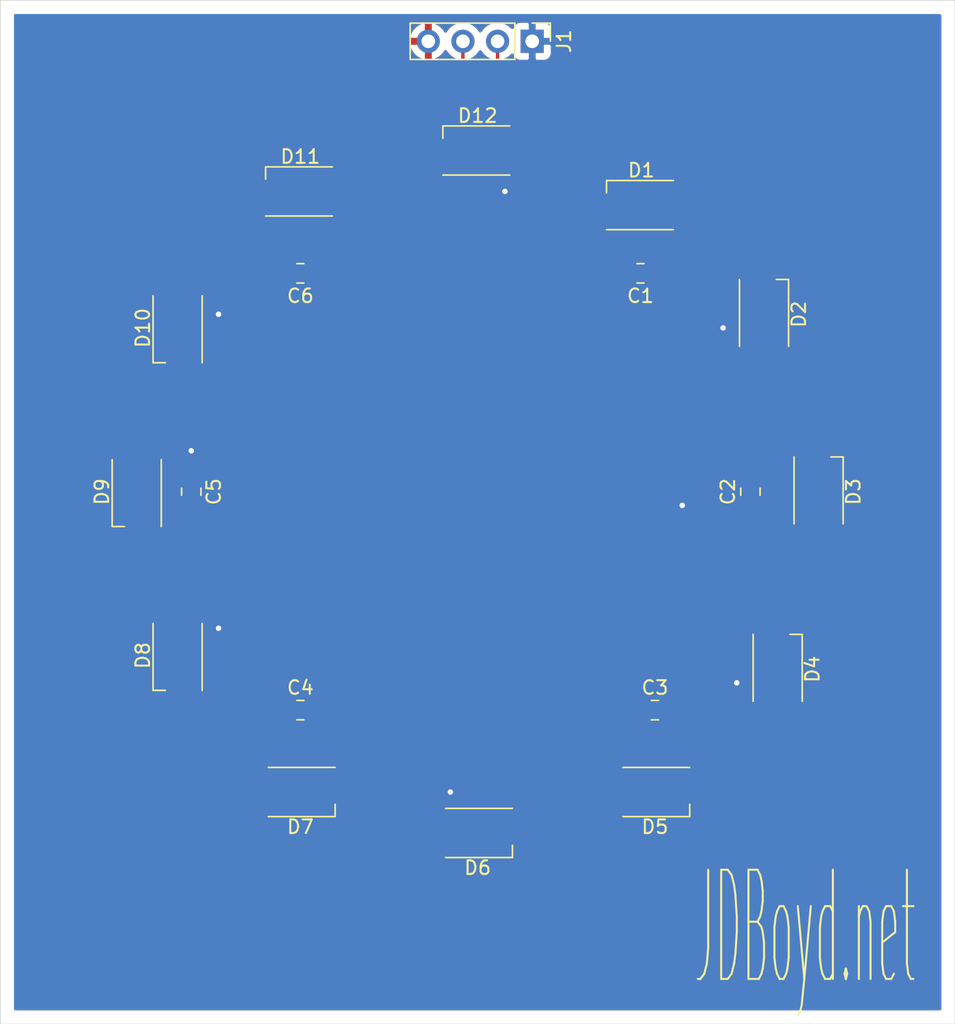
<source format=kicad_pcb>
(kicad_pcb (version 20171130) (host pcbnew 5.1.2-f72e74a~84~ubuntu19.04.1)

  (general
    (thickness 1.6)
    (drawings 5)
    (tracks 134)
    (zones 0)
    (modules 19)
    (nets 27)
  )

  (page A4)
  (layers
    (0 F.Cu signal)
    (31 B.Cu signal)
    (32 B.Adhes user hide)
    (33 F.Adhes user hide)
    (34 B.Paste user)
    (35 F.Paste user)
    (36 B.SilkS user)
    (37 F.SilkS user)
    (38 B.Mask user)
    (39 F.Mask user)
    (40 Dwgs.User user hide)
    (41 Cmts.User user hide)
    (42 Eco1.User user hide)
    (43 Eco2.User user hide)
    (44 Edge.Cuts user)
    (45 Margin user hide)
    (46 B.CrtYd user hide)
    (47 F.CrtYd user hide)
    (48 B.Fab user hide)
    (49 F.Fab user hide)
  )

  (setup
    (last_trace_width 0.25)
    (trace_clearance 0.2)
    (zone_clearance 0.508)
    (zone_45_only no)
    (trace_min 0.08)
    (via_size 0.8)
    (via_drill 0.4)
    (via_min_size 0.2)
    (via_min_drill 0.3)
    (uvia_size 0.3)
    (uvia_drill 0.1)
    (uvias_allowed no)
    (uvia_min_size 0.2)
    (uvia_min_drill 0.1)
    (edge_width 0.05)
    (segment_width 0.2)
    (pcb_text_width 0.3)
    (pcb_text_size 1.5 1.5)
    (mod_edge_width 0.12)
    (mod_text_size 1 1)
    (mod_text_width 0.15)
    (pad_size 1.524 1.524)
    (pad_drill 0.762)
    (pad_to_mask_clearance 0.051)
    (solder_mask_min_width 0.25)
    (aux_axis_origin 0 0)
    (visible_elements FFFFFF7F)
    (pcbplotparams
      (layerselection 0x010fc_ffffffff)
      (usegerberextensions false)
      (usegerberattributes false)
      (usegerberadvancedattributes false)
      (creategerberjobfile false)
      (excludeedgelayer true)
      (linewidth 0.100000)
      (plotframeref false)
      (viasonmask false)
      (mode 1)
      (useauxorigin false)
      (hpglpennumber 1)
      (hpglpenspeed 20)
      (hpglpendiameter 15.000000)
      (psnegative false)
      (psa4output false)
      (plotreference true)
      (plotvalue true)
      (plotinvisibletext false)
      (padsonsilk false)
      (subtractmaskfromsilk false)
      (outputformat 1)
      (mirror false)
      (drillshape 0)
      (scaleselection 1)
      (outputdirectory "GERBERS/"))
  )

  (net 0 "")
  (net 1 +5V)
  (net 2 GND)
  (net 3 "Net-(D1-Pad6)")
  (net 4 "Net-(D1-Pad5)")
  (net 5 "Net-(D1-Pad2)")
  (net 6 "Net-(D1-Pad1)")
  (net 7 "Net-(D2-Pad5)")
  (net 8 "Net-(D2-Pad6)")
  (net 9 "Net-(D3-Pad5)")
  (net 10 "Net-(D3-Pad6)")
  (net 11 "Net-(D4-Pad6)")
  (net 12 "Net-(D4-Pad5)")
  (net 13 "Net-(D5-Pad5)")
  (net 14 "Net-(D5-Pad6)")
  (net 15 "Net-(D6-Pad6)")
  (net 16 "Net-(D6-Pad5)")
  (net 17 "Net-(D7-Pad5)")
  (net 18 "Net-(D7-Pad6)")
  (net 19 "Net-(D8-Pad6)")
  (net 20 "Net-(D8-Pad5)")
  (net 21 "Net-(D10-Pad2)")
  (net 22 "Net-(D10-Pad1)")
  (net 23 "Net-(D10-Pad6)")
  (net 24 "Net-(D10-Pad5)")
  (net 25 "Net-(D11-Pad5)")
  (net 26 "Net-(D11-Pad6)")

  (net_class Default "This is the default net class."
    (clearance 0.2)
    (trace_width 0.25)
    (via_dia 0.8)
    (via_drill 0.4)
    (uvia_dia 0.3)
    (uvia_drill 0.1)
    (add_net +5V)
    (add_net GND)
    (add_net "Net-(D1-Pad1)")
    (add_net "Net-(D1-Pad2)")
    (add_net "Net-(D1-Pad5)")
    (add_net "Net-(D1-Pad6)")
    (add_net "Net-(D10-Pad1)")
    (add_net "Net-(D10-Pad2)")
    (add_net "Net-(D10-Pad5)")
    (add_net "Net-(D10-Pad6)")
    (add_net "Net-(D11-Pad5)")
    (add_net "Net-(D11-Pad6)")
    (add_net "Net-(D2-Pad5)")
    (add_net "Net-(D2-Pad6)")
    (add_net "Net-(D3-Pad5)")
    (add_net "Net-(D3-Pad6)")
    (add_net "Net-(D4-Pad5)")
    (add_net "Net-(D4-Pad6)")
    (add_net "Net-(D5-Pad5)")
    (add_net "Net-(D5-Pad6)")
    (add_net "Net-(D6-Pad5)")
    (add_net "Net-(D6-Pad6)")
    (add_net "Net-(D7-Pad5)")
    (add_net "Net-(D7-Pad6)")
    (add_net "Net-(D8-Pad5)")
    (add_net "Net-(D8-Pad6)")
  )

  (module Connector_PinHeader_2.54mm:PinHeader_1x04_P2.54mm_Vertical (layer F.Cu) (tedit 59FED5CC) (tstamp 5D1E9239)
    (at 139 53 270)
    (descr "Through hole straight pin header, 1x04, 2.54mm pitch, single row")
    (tags "Through hole pin header THT 1x04 2.54mm single row")
    (path /5CFD4AEC)
    (fp_text reference J1 (at 0 -2.33 90) (layer F.SilkS)
      (effects (font (size 1 1) (thickness 0.15)))
    )
    (fp_text value Conn_01x04_Female (at 0 9.95 90) (layer F.Fab)
      (effects (font (size 1 1) (thickness 0.15)))
    )
    (fp_line (start -0.635 -1.27) (end 1.27 -1.27) (layer F.Fab) (width 0.1))
    (fp_line (start 1.27 -1.27) (end 1.27 8.89) (layer F.Fab) (width 0.1))
    (fp_line (start 1.27 8.89) (end -1.27 8.89) (layer F.Fab) (width 0.1))
    (fp_line (start -1.27 8.89) (end -1.27 -0.635) (layer F.Fab) (width 0.1))
    (fp_line (start -1.27 -0.635) (end -0.635 -1.27) (layer F.Fab) (width 0.1))
    (fp_line (start -1.33 8.95) (end 1.33 8.95) (layer F.SilkS) (width 0.12))
    (fp_line (start -1.33 1.27) (end -1.33 8.95) (layer F.SilkS) (width 0.12))
    (fp_line (start 1.33 1.27) (end 1.33 8.95) (layer F.SilkS) (width 0.12))
    (fp_line (start -1.33 1.27) (end 1.33 1.27) (layer F.SilkS) (width 0.12))
    (fp_line (start -1.33 0) (end -1.33 -1.33) (layer F.SilkS) (width 0.12))
    (fp_line (start -1.33 -1.33) (end 0 -1.33) (layer F.SilkS) (width 0.12))
    (fp_line (start -1.8 -1.8) (end -1.8 9.4) (layer F.CrtYd) (width 0.05))
    (fp_line (start -1.8 9.4) (end 1.8 9.4) (layer F.CrtYd) (width 0.05))
    (fp_line (start 1.8 9.4) (end 1.8 -1.8) (layer F.CrtYd) (width 0.05))
    (fp_line (start 1.8 -1.8) (end -1.8 -1.8) (layer F.CrtYd) (width 0.05))
    (fp_text user %R (at 0 3.81) (layer F.Fab)
      (effects (font (size 1 1) (thickness 0.15)))
    )
    (pad 1 thru_hole rect (at 0 0 270) (size 1.7 1.7) (drill 1) (layers *.Cu *.Mask)
      (net 1 +5V))
    (pad 2 thru_hole oval (at 0 2.54 270) (size 1.7 1.7) (drill 1) (layers *.Cu *.Mask)
      (net 6 "Net-(D1-Pad1)"))
    (pad 3 thru_hole oval (at 0 5.08 270) (size 1.7 1.7) (drill 1) (layers *.Cu *.Mask)
      (net 5 "Net-(D1-Pad2)"))
    (pad 4 thru_hole oval (at 0 7.62 270) (size 1.7 1.7) (drill 1) (layers *.Cu *.Mask)
      (net 2 GND))
    (model ${KISYS3DMOD}/Connector_PinHeader_2.54mm.3dshapes/PinHeader_1x04_P2.54mm_Vertical.wrl
      (at (xyz 0 0 0))
      (scale (xyz 1 1 1))
      (rotate (xyz 0 0 0))
    )
  )

  (module Capacitor_SMD:C_0805_2012Metric (layer F.Cu) (tedit 5B36C52B) (tstamp 5D05F3D8)
    (at 146.9375 70 180)
    (descr "Capacitor SMD 0805 (2012 Metric), square (rectangular) end terminal, IPC_7351 nominal, (Body size source: https://docs.google.com/spreadsheets/d/1BsfQQcO9C6DZCsRaXUlFlo91Tg2WpOkGARC1WS5S8t0/edit?usp=sharing), generated with kicad-footprint-generator")
    (tags capacitor)
    (path /5CFDDE05)
    (attr smd)
    (fp_text reference C1 (at 0 -1.65) (layer F.SilkS)
      (effects (font (size 1 1) (thickness 0.15)))
    )
    (fp_text value 0.1uF (at 0 1.65) (layer F.Fab)
      (effects (font (size 1 1) (thickness 0.15)))
    )
    (fp_line (start -1 0.6) (end -1 -0.6) (layer F.Fab) (width 0.1))
    (fp_line (start -1 -0.6) (end 1 -0.6) (layer F.Fab) (width 0.1))
    (fp_line (start 1 -0.6) (end 1 0.6) (layer F.Fab) (width 0.1))
    (fp_line (start 1 0.6) (end -1 0.6) (layer F.Fab) (width 0.1))
    (fp_line (start -0.258578 -0.71) (end 0.258578 -0.71) (layer F.SilkS) (width 0.12))
    (fp_line (start -0.258578 0.71) (end 0.258578 0.71) (layer F.SilkS) (width 0.12))
    (fp_line (start -1.68 0.95) (end -1.68 -0.95) (layer F.CrtYd) (width 0.05))
    (fp_line (start -1.68 -0.95) (end 1.68 -0.95) (layer F.CrtYd) (width 0.05))
    (fp_line (start 1.68 -0.95) (end 1.68 0.95) (layer F.CrtYd) (width 0.05))
    (fp_line (start 1.68 0.95) (end -1.68 0.95) (layer F.CrtYd) (width 0.05))
    (fp_text user %R (at 0 0) (layer F.Fab)
      (effects (font (size 0.5 0.5) (thickness 0.08)))
    )
    (pad 1 smd roundrect (at -0.9375 0 180) (size 0.975 1.4) (layers F.Cu F.Paste F.Mask) (roundrect_rratio 0.25)
      (net 1 +5V))
    (pad 2 smd roundrect (at 0.9375 0 180) (size 0.975 1.4) (layers F.Cu F.Paste F.Mask) (roundrect_rratio 0.25)
      (net 2 GND))
    (model ${KISYS3DMOD}/Capacitor_SMD.3dshapes/C_0805_2012Metric.wrl
      (at (xyz 0 0 0))
      (scale (xyz 1 1 1))
      (rotate (xyz 0 0 0))
    )
  )

  (module Capacitor_SMD:C_0805_2012Metric (layer F.Cu) (tedit 5B36C52B) (tstamp 5D060EE0)
    (at 155 86 90)
    (descr "Capacitor SMD 0805 (2012 Metric), square (rectangular) end terminal, IPC_7351 nominal, (Body size source: https://docs.google.com/spreadsheets/d/1BsfQQcO9C6DZCsRaXUlFlo91Tg2WpOkGARC1WS5S8t0/edit?usp=sharing), generated with kicad-footprint-generator")
    (tags capacitor)
    (path /5CFE1957)
    (attr smd)
    (fp_text reference C2 (at 0 -1.65 90) (layer F.SilkS)
      (effects (font (size 1 1) (thickness 0.15)))
    )
    (fp_text value 0.1uF (at 0 1.65 90) (layer F.Fab)
      (effects (font (size 1 1) (thickness 0.15)))
    )
    (fp_text user %R (at 0 0 90) (layer F.Fab)
      (effects (font (size 0.5 0.5) (thickness 0.08)))
    )
    (fp_line (start 1.68 0.95) (end -1.68 0.95) (layer F.CrtYd) (width 0.05))
    (fp_line (start 1.68 -0.95) (end 1.68 0.95) (layer F.CrtYd) (width 0.05))
    (fp_line (start -1.68 -0.95) (end 1.68 -0.95) (layer F.CrtYd) (width 0.05))
    (fp_line (start -1.68 0.95) (end -1.68 -0.95) (layer F.CrtYd) (width 0.05))
    (fp_line (start -0.258578 0.71) (end 0.258578 0.71) (layer F.SilkS) (width 0.12))
    (fp_line (start -0.258578 -0.71) (end 0.258578 -0.71) (layer F.SilkS) (width 0.12))
    (fp_line (start 1 0.6) (end -1 0.6) (layer F.Fab) (width 0.1))
    (fp_line (start 1 -0.6) (end 1 0.6) (layer F.Fab) (width 0.1))
    (fp_line (start -1 -0.6) (end 1 -0.6) (layer F.Fab) (width 0.1))
    (fp_line (start -1 0.6) (end -1 -0.6) (layer F.Fab) (width 0.1))
    (pad 2 smd roundrect (at 0.9375 0 90) (size 0.975 1.4) (layers F.Cu F.Paste F.Mask) (roundrect_rratio 0.25)
      (net 2 GND))
    (pad 1 smd roundrect (at -0.9375 0 90) (size 0.975 1.4) (layers F.Cu F.Paste F.Mask) (roundrect_rratio 0.25)
      (net 1 +5V))
    (model ${KISYS3DMOD}/Capacitor_SMD.3dshapes/C_0805_2012Metric.wrl
      (at (xyz 0 0 0))
      (scale (xyz 1 1 1))
      (rotate (xyz 0 0 0))
    )
  )

  (module Capacitor_SMD:C_0805_2012Metric (layer F.Cu) (tedit 5B36C52B) (tstamp 5D05F3FA)
    (at 148 102)
    (descr "Capacitor SMD 0805 (2012 Metric), square (rectangular) end terminal, IPC_7351 nominal, (Body size source: https://docs.google.com/spreadsheets/d/1BsfQQcO9C6DZCsRaXUlFlo91Tg2WpOkGARC1WS5S8t0/edit?usp=sharing), generated with kicad-footprint-generator")
    (tags capacitor)
    (path /5CFE7D82)
    (attr smd)
    (fp_text reference C3 (at 0 -1.65) (layer F.SilkS)
      (effects (font (size 1 1) (thickness 0.15)))
    )
    (fp_text value 0.1uF (at 0 1.65) (layer F.Fab)
      (effects (font (size 1 1) (thickness 0.15)))
    )
    (fp_line (start -1 0.6) (end -1 -0.6) (layer F.Fab) (width 0.1))
    (fp_line (start -1 -0.6) (end 1 -0.6) (layer F.Fab) (width 0.1))
    (fp_line (start 1 -0.6) (end 1 0.6) (layer F.Fab) (width 0.1))
    (fp_line (start 1 0.6) (end -1 0.6) (layer F.Fab) (width 0.1))
    (fp_line (start -0.258578 -0.71) (end 0.258578 -0.71) (layer F.SilkS) (width 0.12))
    (fp_line (start -0.258578 0.71) (end 0.258578 0.71) (layer F.SilkS) (width 0.12))
    (fp_line (start -1.68 0.95) (end -1.68 -0.95) (layer F.CrtYd) (width 0.05))
    (fp_line (start -1.68 -0.95) (end 1.68 -0.95) (layer F.CrtYd) (width 0.05))
    (fp_line (start 1.68 -0.95) (end 1.68 0.95) (layer F.CrtYd) (width 0.05))
    (fp_line (start 1.68 0.95) (end -1.68 0.95) (layer F.CrtYd) (width 0.05))
    (fp_text user %R (at 0 0) (layer F.Fab)
      (effects (font (size 0.5 0.5) (thickness 0.08)))
    )
    (pad 1 smd roundrect (at -0.9375 0) (size 0.975 1.4) (layers F.Cu F.Paste F.Mask) (roundrect_rratio 0.25)
      (net 1 +5V))
    (pad 2 smd roundrect (at 0.9375 0) (size 0.975 1.4) (layers F.Cu F.Paste F.Mask) (roundrect_rratio 0.25)
      (net 2 GND))
    (model ${KISYS3DMOD}/Capacitor_SMD.3dshapes/C_0805_2012Metric.wrl
      (at (xyz 0 0 0))
      (scale (xyz 1 1 1))
      (rotate (xyz 0 0 0))
    )
  )

  (module Capacitor_SMD:C_0805_2012Metric (layer F.Cu) (tedit 5B36C52B) (tstamp 5D0610E7)
    (at 122 102)
    (descr "Capacitor SMD 0805 (2012 Metric), square (rectangular) end terminal, IPC_7351 nominal, (Body size source: https://docs.google.com/spreadsheets/d/1BsfQQcO9C6DZCsRaXUlFlo91Tg2WpOkGARC1WS5S8t0/edit?usp=sharing), generated with kicad-footprint-generator")
    (tags capacitor)
    (path /5CFE7DA2)
    (attr smd)
    (fp_text reference C4 (at 0 -1.65) (layer F.SilkS)
      (effects (font (size 1 1) (thickness 0.15)))
    )
    (fp_text value 0.1uF (at 0 1.65) (layer F.Fab)
      (effects (font (size 1 1) (thickness 0.15)))
    )
    (fp_text user %R (at 0 0) (layer F.Fab)
      (effects (font (size 0.5 0.5) (thickness 0.08)))
    )
    (fp_line (start 1.68 0.95) (end -1.68 0.95) (layer F.CrtYd) (width 0.05))
    (fp_line (start 1.68 -0.95) (end 1.68 0.95) (layer F.CrtYd) (width 0.05))
    (fp_line (start -1.68 -0.95) (end 1.68 -0.95) (layer F.CrtYd) (width 0.05))
    (fp_line (start -1.68 0.95) (end -1.68 -0.95) (layer F.CrtYd) (width 0.05))
    (fp_line (start -0.258578 0.71) (end 0.258578 0.71) (layer F.SilkS) (width 0.12))
    (fp_line (start -0.258578 -0.71) (end 0.258578 -0.71) (layer F.SilkS) (width 0.12))
    (fp_line (start 1 0.6) (end -1 0.6) (layer F.Fab) (width 0.1))
    (fp_line (start 1 -0.6) (end 1 0.6) (layer F.Fab) (width 0.1))
    (fp_line (start -1 -0.6) (end 1 -0.6) (layer F.Fab) (width 0.1))
    (fp_line (start -1 0.6) (end -1 -0.6) (layer F.Fab) (width 0.1))
    (pad 2 smd roundrect (at 0.9375 0) (size 0.975 1.4) (layers F.Cu F.Paste F.Mask) (roundrect_rratio 0.25)
      (net 2 GND))
    (pad 1 smd roundrect (at -0.9375 0) (size 0.975 1.4) (layers F.Cu F.Paste F.Mask) (roundrect_rratio 0.25)
      (net 1 +5V))
    (model ${KISYS3DMOD}/Capacitor_SMD.3dshapes/C_0805_2012Metric.wrl
      (at (xyz 0 0 0))
      (scale (xyz 1 1 1))
      (rotate (xyz 0 0 0))
    )
  )

  (module Capacitor_SMD:C_0805_2012Metric (layer F.Cu) (tedit 5B36C52B) (tstamp 5D05F41C)
    (at 114 86 270)
    (descr "Capacitor SMD 0805 (2012 Metric), square (rectangular) end terminal, IPC_7351 nominal, (Body size source: https://docs.google.com/spreadsheets/d/1BsfQQcO9C6DZCsRaXUlFlo91Tg2WpOkGARC1WS5S8t0/edit?usp=sharing), generated with kicad-footprint-generator")
    (tags capacitor)
    (path /5CFEB676)
    (attr smd)
    (fp_text reference C5 (at 0 -1.65 90) (layer F.SilkS)
      (effects (font (size 1 1) (thickness 0.15)))
    )
    (fp_text value 0.1uF (at 0 1.65 90) (layer F.Fab)
      (effects (font (size 1 1) (thickness 0.15)))
    )
    (fp_line (start -1 0.6) (end -1 -0.6) (layer F.Fab) (width 0.1))
    (fp_line (start -1 -0.6) (end 1 -0.6) (layer F.Fab) (width 0.1))
    (fp_line (start 1 -0.6) (end 1 0.6) (layer F.Fab) (width 0.1))
    (fp_line (start 1 0.6) (end -1 0.6) (layer F.Fab) (width 0.1))
    (fp_line (start -0.258578 -0.71) (end 0.258578 -0.71) (layer F.SilkS) (width 0.12))
    (fp_line (start -0.258578 0.71) (end 0.258578 0.71) (layer F.SilkS) (width 0.12))
    (fp_line (start -1.68 0.95) (end -1.68 -0.95) (layer F.CrtYd) (width 0.05))
    (fp_line (start -1.68 -0.95) (end 1.68 -0.95) (layer F.CrtYd) (width 0.05))
    (fp_line (start 1.68 -0.95) (end 1.68 0.95) (layer F.CrtYd) (width 0.05))
    (fp_line (start 1.68 0.95) (end -1.68 0.95) (layer F.CrtYd) (width 0.05))
    (fp_text user %R (at 0 0 90) (layer F.Fab)
      (effects (font (size 0.5 0.5) (thickness 0.08)))
    )
    (pad 1 smd roundrect (at -0.9375 0 270) (size 0.975 1.4) (layers F.Cu F.Paste F.Mask) (roundrect_rratio 0.25)
      (net 1 +5V))
    (pad 2 smd roundrect (at 0.9375 0 270) (size 0.975 1.4) (layers F.Cu F.Paste F.Mask) (roundrect_rratio 0.25)
      (net 2 GND))
    (model ${KISYS3DMOD}/Capacitor_SMD.3dshapes/C_0805_2012Metric.wrl
      (at (xyz 0 0 0))
      (scale (xyz 1 1 1))
      (rotate (xyz 0 0 0))
    )
  )

  (module Capacitor_SMD:C_0805_2012Metric (layer F.Cu) (tedit 5B36C52B) (tstamp 5D05F42D)
    (at 122 70 180)
    (descr "Capacitor SMD 0805 (2012 Metric), square (rectangular) end terminal, IPC_7351 nominal, (Body size source: https://docs.google.com/spreadsheets/d/1BsfQQcO9C6DZCsRaXUlFlo91Tg2WpOkGARC1WS5S8t0/edit?usp=sharing), generated with kicad-footprint-generator")
    (tags capacitor)
    (path /5CFEB696)
    (attr smd)
    (fp_text reference C6 (at 0 -1.65) (layer F.SilkS)
      (effects (font (size 1 1) (thickness 0.15)))
    )
    (fp_text value 0.1uF (at 0 1.65) (layer F.Fab)
      (effects (font (size 1 1) (thickness 0.15)))
    )
    (fp_text user %R (at 0 0) (layer F.Fab)
      (effects (font (size 0.5 0.5) (thickness 0.08)))
    )
    (fp_line (start 1.68 0.95) (end -1.68 0.95) (layer F.CrtYd) (width 0.05))
    (fp_line (start 1.68 -0.95) (end 1.68 0.95) (layer F.CrtYd) (width 0.05))
    (fp_line (start -1.68 -0.95) (end 1.68 -0.95) (layer F.CrtYd) (width 0.05))
    (fp_line (start -1.68 0.95) (end -1.68 -0.95) (layer F.CrtYd) (width 0.05))
    (fp_line (start -0.258578 0.71) (end 0.258578 0.71) (layer F.SilkS) (width 0.12))
    (fp_line (start -0.258578 -0.71) (end 0.258578 -0.71) (layer F.SilkS) (width 0.12))
    (fp_line (start 1 0.6) (end -1 0.6) (layer F.Fab) (width 0.1))
    (fp_line (start 1 -0.6) (end 1 0.6) (layer F.Fab) (width 0.1))
    (fp_line (start -1 -0.6) (end 1 -0.6) (layer F.Fab) (width 0.1))
    (fp_line (start -1 0.6) (end -1 -0.6) (layer F.Fab) (width 0.1))
    (pad 2 smd roundrect (at 0.9375 0 180) (size 0.975 1.4) (layers F.Cu F.Paste F.Mask) (roundrect_rratio 0.25)
      (net 2 GND))
    (pad 1 smd roundrect (at -0.9375 0 180) (size 0.975 1.4) (layers F.Cu F.Paste F.Mask) (roundrect_rratio 0.25)
      (net 1 +5V))
    (model ${KISYS3DMOD}/Capacitor_SMD.3dshapes/C_0805_2012Metric.wrl
      (at (xyz 0 0 0))
      (scale (xyz 1 1 1))
      (rotate (xyz 0 0 0))
    )
  )

  (module LED_SMD:LED_RGB_PLCC-6 (layer F.Cu) (tedit 587A6CD4) (tstamp 5D05F443)
    (at 147 65)
    (descr "RGB LED PLCC-6")
    (tags "RGB LED PLCC-6")
    (path /5CFCC611)
    (attr smd)
    (fp_text reference D1 (at 0 -2.55 180) (layer F.SilkS)
      (effects (font (size 1 1) (thickness 0.15)))
    )
    (fp_text value APA102 (at 0 2.8) (layer F.Fab)
      (effects (font (size 1 1) (thickness 0.15)))
    )
    (fp_line (start 2.35 -1.8) (end -2.55 -1.8) (layer F.SilkS) (width 0.12))
    (fp_line (start -2.55 1.8) (end 2.35 1.8) (layer F.SilkS) (width 0.12))
    (fp_line (start -2.75 -2) (end 2.65 -2) (layer F.CrtYd) (width 0.05))
    (fp_line (start -2.75 2) (end 2.65 2) (layer F.CrtYd) (width 0.05))
    (fp_line (start -2.75 -2) (end -2.75 2) (layer F.CrtYd) (width 0.05))
    (fp_line (start 2.65 -2) (end 2.65 2) (layer F.CrtYd) (width 0.05))
    (fp_line (start -2.55 -1.8) (end -2.55 -0.9) (layer F.SilkS) (width 0.12))
    (fp_line (start 1.7 -1.7) (end -1.7 -1.7) (layer F.Fab) (width 0.1))
    (fp_line (start 1.7 1.7) (end 1.7 -1.7) (layer F.Fab) (width 0.1))
    (fp_line (start -1.7 1.7) (end 1.7 1.7) (layer F.Fab) (width 0.1))
    (fp_line (start -1.7 -1.7) (end -1.7 1.7) (layer F.Fab) (width 0.1))
    (fp_line (start -1.7 -1.1) (end -1.1 -1.7) (layer F.Fab) (width 0.1))
    (pad 6 smd rect (at 1.55 -1.1 90) (size 0.7 1.3) (layers F.Cu F.Paste F.Mask)
      (net 3 "Net-(D1-Pad6)"))
    (pad 5 smd rect (at 1.55 0 90) (size 0.7 1.3) (layers F.Cu F.Paste F.Mask)
      (net 4 "Net-(D1-Pad5)"))
    (pad 4 smd rect (at 1.55 1.1 90) (size 0.7 1.3) (layers F.Cu F.Paste F.Mask)
      (net 1 +5V))
    (pad 3 smd rect (at -1.55 1.1 90) (size 0.7 1.3) (layers F.Cu F.Paste F.Mask)
      (net 2 GND))
    (pad 2 smd rect (at -1.55 0 90) (size 0.7 1.3) (layers F.Cu F.Paste F.Mask)
      (net 5 "Net-(D1-Pad2)"))
    (pad 1 smd rect (at -1.55 -1.1 90) (size 0.7 1.3) (layers F.Cu F.Paste F.Mask)
      (net 6 "Net-(D1-Pad1)"))
    (model ${KISYS3DMOD}/LED_SMD.3dshapes/LED_RGB_PLCC-6.wrl
      (at (xyz 0 0 0))
      (scale (xyz 1 1 1))
      (rotate (xyz 0 0 0))
    )
  )

  (module LED_SMD:LED_RGB_PLCC-6 (layer F.Cu) (tedit 587A6CD4) (tstamp 5D05F459)
    (at 156 73 270)
    (descr "RGB LED PLCC-6")
    (tags "RGB LED PLCC-6")
    (path /5CFCC8AE)
    (attr smd)
    (fp_text reference D2 (at 0 -2.55 270) (layer F.SilkS)
      (effects (font (size 1 1) (thickness 0.15)))
    )
    (fp_text value APA102 (at 0 2.8 90) (layer F.Fab)
      (effects (font (size 1 1) (thickness 0.15)))
    )
    (fp_line (start -1.7 -1.1) (end -1.1 -1.7) (layer F.Fab) (width 0.1))
    (fp_line (start -1.7 -1.7) (end -1.7 1.7) (layer F.Fab) (width 0.1))
    (fp_line (start -1.7 1.7) (end 1.7 1.7) (layer F.Fab) (width 0.1))
    (fp_line (start 1.7 1.7) (end 1.7 -1.7) (layer F.Fab) (width 0.1))
    (fp_line (start 1.7 -1.7) (end -1.7 -1.7) (layer F.Fab) (width 0.1))
    (fp_line (start -2.55 -1.8) (end -2.55 -0.9) (layer F.SilkS) (width 0.12))
    (fp_line (start 2.65 -2) (end 2.65 2) (layer F.CrtYd) (width 0.05))
    (fp_line (start -2.75 -2) (end -2.75 2) (layer F.CrtYd) (width 0.05))
    (fp_line (start -2.75 2) (end 2.65 2) (layer F.CrtYd) (width 0.05))
    (fp_line (start -2.75 -2) (end 2.65 -2) (layer F.CrtYd) (width 0.05))
    (fp_line (start -2.55 1.8) (end 2.35 1.8) (layer F.SilkS) (width 0.12))
    (fp_line (start 2.35 -1.8) (end -2.55 -1.8) (layer F.SilkS) (width 0.12))
    (pad 1 smd rect (at -1.55 -1.1) (size 0.7 1.3) (layers F.Cu F.Paste F.Mask)
      (net 3 "Net-(D1-Pad6)"))
    (pad 2 smd rect (at -1.55 0) (size 0.7 1.3) (layers F.Cu F.Paste F.Mask)
      (net 4 "Net-(D1-Pad5)"))
    (pad 3 smd rect (at -1.55 1.1) (size 0.7 1.3) (layers F.Cu F.Paste F.Mask)
      (net 2 GND))
    (pad 4 smd rect (at 1.55 1.1) (size 0.7 1.3) (layers F.Cu F.Paste F.Mask)
      (net 1 +5V))
    (pad 5 smd rect (at 1.55 0) (size 0.7 1.3) (layers F.Cu F.Paste F.Mask)
      (net 7 "Net-(D2-Pad5)"))
    (pad 6 smd rect (at 1.55 -1.1) (size 0.7 1.3) (layers F.Cu F.Paste F.Mask)
      (net 8 "Net-(D2-Pad6)"))
    (model ${KISYS3DMOD}/LED_SMD.3dshapes/LED_RGB_PLCC-6.wrl
      (at (xyz 0 0 0))
      (scale (xyz 1 1 1))
      (rotate (xyz 0 0 0))
    )
  )

  (module LED_SMD:LED_RGB_PLCC-6 (layer F.Cu) (tedit 587A6CD4) (tstamp 5D060243)
    (at 160 86 270)
    (descr "RGB LED PLCC-6")
    (tags "RGB LED PLCC-6")
    (path /5CFCCBB1)
    (attr smd)
    (fp_text reference D3 (at 0 -2.55 270) (layer F.SilkS)
      (effects (font (size 1 1) (thickness 0.15)))
    )
    (fp_text value APA102 (at 0 2.8 90) (layer F.Fab)
      (effects (font (size 1 1) (thickness 0.15)))
    )
    (fp_line (start -1.7 -1.1) (end -1.1 -1.7) (layer F.Fab) (width 0.1))
    (fp_line (start -1.7 -1.7) (end -1.7 1.7) (layer F.Fab) (width 0.1))
    (fp_line (start -1.7 1.7) (end 1.7 1.7) (layer F.Fab) (width 0.1))
    (fp_line (start 1.7 1.7) (end 1.7 -1.7) (layer F.Fab) (width 0.1))
    (fp_line (start 1.7 -1.7) (end -1.7 -1.7) (layer F.Fab) (width 0.1))
    (fp_line (start -2.55 -1.8) (end -2.55 -0.9) (layer F.SilkS) (width 0.12))
    (fp_line (start 2.65 -2) (end 2.65 2) (layer F.CrtYd) (width 0.05))
    (fp_line (start -2.75 -2) (end -2.75 2) (layer F.CrtYd) (width 0.05))
    (fp_line (start -2.75 2) (end 2.65 2) (layer F.CrtYd) (width 0.05))
    (fp_line (start -2.75 -2) (end 2.65 -2) (layer F.CrtYd) (width 0.05))
    (fp_line (start -2.55 1.8) (end 2.35 1.8) (layer F.SilkS) (width 0.12))
    (fp_line (start 2.35 -1.8) (end -2.55 -1.8) (layer F.SilkS) (width 0.12))
    (pad 1 smd rect (at -1.55 -1.1) (size 0.7 1.3) (layers F.Cu F.Paste F.Mask)
      (net 8 "Net-(D2-Pad6)"))
    (pad 2 smd rect (at -1.55 0) (size 0.7 1.3) (layers F.Cu F.Paste F.Mask)
      (net 7 "Net-(D2-Pad5)"))
    (pad 3 smd rect (at -1.55 1.1) (size 0.7 1.3) (layers F.Cu F.Paste F.Mask)
      (net 2 GND))
    (pad 4 smd rect (at 1.55 1.1) (size 0.7 1.3) (layers F.Cu F.Paste F.Mask)
      (net 1 +5V))
    (pad 5 smd rect (at 1.55 0) (size 0.7 1.3) (layers F.Cu F.Paste F.Mask)
      (net 9 "Net-(D3-Pad5)"))
    (pad 6 smd rect (at 1.55 -1.1) (size 0.7 1.3) (layers F.Cu F.Paste F.Mask)
      (net 10 "Net-(D3-Pad6)"))
    (model ${KISYS3DMOD}/LED_SMD.3dshapes/LED_RGB_PLCC-6.wrl
      (at (xyz 0 0 0))
      (scale (xyz 1 1 1))
      (rotate (xyz 0 0 0))
    )
  )

  (module LED_SMD:LED_RGB_PLCC-6 (layer F.Cu) (tedit 587A6CD4) (tstamp 5D05F485)
    (at 157 99 270)
    (descr "RGB LED PLCC-6")
    (tags "RGB LED PLCC-6")
    (path /5CFCCEAB)
    (attr smd)
    (fp_text reference D4 (at 0 -2.55 270) (layer F.SilkS)
      (effects (font (size 1 1) (thickness 0.15)))
    )
    (fp_text value APA102 (at 0 2.8 90) (layer F.Fab)
      (effects (font (size 1 1) (thickness 0.15)))
    )
    (fp_line (start 2.35 -1.8) (end -2.55 -1.8) (layer F.SilkS) (width 0.12))
    (fp_line (start -2.55 1.8) (end 2.35 1.8) (layer F.SilkS) (width 0.12))
    (fp_line (start -2.75 -2) (end 2.65 -2) (layer F.CrtYd) (width 0.05))
    (fp_line (start -2.75 2) (end 2.65 2) (layer F.CrtYd) (width 0.05))
    (fp_line (start -2.75 -2) (end -2.75 2) (layer F.CrtYd) (width 0.05))
    (fp_line (start 2.65 -2) (end 2.65 2) (layer F.CrtYd) (width 0.05))
    (fp_line (start -2.55 -1.8) (end -2.55 -0.9) (layer F.SilkS) (width 0.12))
    (fp_line (start 1.7 -1.7) (end -1.7 -1.7) (layer F.Fab) (width 0.1))
    (fp_line (start 1.7 1.7) (end 1.7 -1.7) (layer F.Fab) (width 0.1))
    (fp_line (start -1.7 1.7) (end 1.7 1.7) (layer F.Fab) (width 0.1))
    (fp_line (start -1.7 -1.7) (end -1.7 1.7) (layer F.Fab) (width 0.1))
    (fp_line (start -1.7 -1.1) (end -1.1 -1.7) (layer F.Fab) (width 0.1))
    (pad 6 smd rect (at 1.55 -1.1) (size 0.7 1.3) (layers F.Cu F.Paste F.Mask)
      (net 11 "Net-(D4-Pad6)"))
    (pad 5 smd rect (at 1.55 0) (size 0.7 1.3) (layers F.Cu F.Paste F.Mask)
      (net 12 "Net-(D4-Pad5)"))
    (pad 4 smd rect (at 1.55 1.1) (size 0.7 1.3) (layers F.Cu F.Paste F.Mask)
      (net 1 +5V))
    (pad 3 smd rect (at -1.55 1.1) (size 0.7 1.3) (layers F.Cu F.Paste F.Mask)
      (net 2 GND))
    (pad 2 smd rect (at -1.55 0) (size 0.7 1.3) (layers F.Cu F.Paste F.Mask)
      (net 9 "Net-(D3-Pad5)"))
    (pad 1 smd rect (at -1.55 -1.1) (size 0.7 1.3) (layers F.Cu F.Paste F.Mask)
      (net 10 "Net-(D3-Pad6)"))
    (model ${KISYS3DMOD}/LED_SMD.3dshapes/LED_RGB_PLCC-6.wrl
      (at (xyz 0 0 0))
      (scale (xyz 1 1 1))
      (rotate (xyz 0 0 0))
    )
  )

  (module LED_SMD:LED_RGB_PLCC-6 (layer F.Cu) (tedit 587A6CD4) (tstamp 5D05F49B)
    (at 148 108 180)
    (descr "RGB LED PLCC-6")
    (tags "RGB LED PLCC-6")
    (path /5CFCD273)
    (attr smd)
    (fp_text reference D5 (at 0 -2.55 180) (layer F.SilkS)
      (effects (font (size 1 1) (thickness 0.15)))
    )
    (fp_text value APA102 (at 0 2.8) (layer F.Fab)
      (effects (font (size 1 1) (thickness 0.15)))
    )
    (fp_line (start -1.7 -1.1) (end -1.1 -1.7) (layer F.Fab) (width 0.1))
    (fp_line (start -1.7 -1.7) (end -1.7 1.7) (layer F.Fab) (width 0.1))
    (fp_line (start -1.7 1.7) (end 1.7 1.7) (layer F.Fab) (width 0.1))
    (fp_line (start 1.7 1.7) (end 1.7 -1.7) (layer F.Fab) (width 0.1))
    (fp_line (start 1.7 -1.7) (end -1.7 -1.7) (layer F.Fab) (width 0.1))
    (fp_line (start -2.55 -1.8) (end -2.55 -0.9) (layer F.SilkS) (width 0.12))
    (fp_line (start 2.65 -2) (end 2.65 2) (layer F.CrtYd) (width 0.05))
    (fp_line (start -2.75 -2) (end -2.75 2) (layer F.CrtYd) (width 0.05))
    (fp_line (start -2.75 2) (end 2.65 2) (layer F.CrtYd) (width 0.05))
    (fp_line (start -2.75 -2) (end 2.65 -2) (layer F.CrtYd) (width 0.05))
    (fp_line (start -2.55 1.8) (end 2.35 1.8) (layer F.SilkS) (width 0.12))
    (fp_line (start 2.35 -1.8) (end -2.55 -1.8) (layer F.SilkS) (width 0.12))
    (pad 1 smd rect (at -1.55 -1.1 270) (size 0.7 1.3) (layers F.Cu F.Paste F.Mask)
      (net 11 "Net-(D4-Pad6)"))
    (pad 2 smd rect (at -1.55 0 270) (size 0.7 1.3) (layers F.Cu F.Paste F.Mask)
      (net 12 "Net-(D4-Pad5)"))
    (pad 3 smd rect (at -1.55 1.1 270) (size 0.7 1.3) (layers F.Cu F.Paste F.Mask)
      (net 2 GND))
    (pad 4 smd rect (at 1.55 1.1 270) (size 0.7 1.3) (layers F.Cu F.Paste F.Mask)
      (net 1 +5V))
    (pad 5 smd rect (at 1.55 0 270) (size 0.7 1.3) (layers F.Cu F.Paste F.Mask)
      (net 13 "Net-(D5-Pad5)"))
    (pad 6 smd rect (at 1.55 -1.1 270) (size 0.7 1.3) (layers F.Cu F.Paste F.Mask)
      (net 14 "Net-(D5-Pad6)"))
    (model ${KISYS3DMOD}/LED_SMD.3dshapes/LED_RGB_PLCC-6.wrl
      (at (xyz 0 0 0))
      (scale (xyz 1 1 1))
      (rotate (xyz 0 0 0))
    )
  )

  (module LED_SMD:LED_RGB_PLCC-6 (layer F.Cu) (tedit 587A6CD4) (tstamp 5D0602AD)
    (at 135 111 180)
    (descr "RGB LED PLCC-6")
    (tags "RGB LED PLCC-6")
    (path /5CFCD688)
    (attr smd)
    (fp_text reference D6 (at 0 -2.55 180) (layer F.SilkS)
      (effects (font (size 1 1) (thickness 0.15)))
    )
    (fp_text value APA102 (at 0 2.8) (layer F.Fab)
      (effects (font (size 1 1) (thickness 0.15)))
    )
    (fp_line (start 2.35 -1.8) (end -2.55 -1.8) (layer F.SilkS) (width 0.12))
    (fp_line (start -2.55 1.8) (end 2.35 1.8) (layer F.SilkS) (width 0.12))
    (fp_line (start -2.75 -2) (end 2.65 -2) (layer F.CrtYd) (width 0.05))
    (fp_line (start -2.75 2) (end 2.65 2) (layer F.CrtYd) (width 0.05))
    (fp_line (start -2.75 -2) (end -2.75 2) (layer F.CrtYd) (width 0.05))
    (fp_line (start 2.65 -2) (end 2.65 2) (layer F.CrtYd) (width 0.05))
    (fp_line (start -2.55 -1.8) (end -2.55 -0.9) (layer F.SilkS) (width 0.12))
    (fp_line (start 1.7 -1.7) (end -1.7 -1.7) (layer F.Fab) (width 0.1))
    (fp_line (start 1.7 1.7) (end 1.7 -1.7) (layer F.Fab) (width 0.1))
    (fp_line (start -1.7 1.7) (end 1.7 1.7) (layer F.Fab) (width 0.1))
    (fp_line (start -1.7 -1.7) (end -1.7 1.7) (layer F.Fab) (width 0.1))
    (fp_line (start -1.7 -1.1) (end -1.1 -1.7) (layer F.Fab) (width 0.1))
    (pad 6 smd rect (at 1.55 -1.1 270) (size 0.7 1.3) (layers F.Cu F.Paste F.Mask)
      (net 15 "Net-(D6-Pad6)"))
    (pad 5 smd rect (at 1.55 0 270) (size 0.7 1.3) (layers F.Cu F.Paste F.Mask)
      (net 16 "Net-(D6-Pad5)"))
    (pad 4 smd rect (at 1.55 1.1 270) (size 0.7 1.3) (layers F.Cu F.Paste F.Mask)
      (net 1 +5V))
    (pad 3 smd rect (at -1.55 1.1 270) (size 0.7 1.3) (layers F.Cu F.Paste F.Mask)
      (net 2 GND))
    (pad 2 smd rect (at -1.55 0 270) (size 0.7 1.3) (layers F.Cu F.Paste F.Mask)
      (net 13 "Net-(D5-Pad5)"))
    (pad 1 smd rect (at -1.55 -1.1 270) (size 0.7 1.3) (layers F.Cu F.Paste F.Mask)
      (net 14 "Net-(D5-Pad6)"))
    (model ${KISYS3DMOD}/LED_SMD.3dshapes/LED_RGB_PLCC-6.wrl
      (at (xyz 0 0 0))
      (scale (xyz 1 1 1))
      (rotate (xyz 0 0 0))
    )
  )

  (module LED_SMD:LED_RGB_PLCC-6 (layer F.Cu) (tedit 587A6CD4) (tstamp 5D05F4C7)
    (at 122 108 180)
    (descr "RGB LED PLCC-6")
    (tags "RGB LED PLCC-6")
    (path /5CFCDB96)
    (attr smd)
    (fp_text reference D7 (at 0 -2.55 180) (layer F.SilkS)
      (effects (font (size 1 1) (thickness 0.15)))
    )
    (fp_text value APA102 (at 0 2.8) (layer F.Fab)
      (effects (font (size 1 1) (thickness 0.15)))
    )
    (fp_line (start -1.7 -1.1) (end -1.1 -1.7) (layer F.Fab) (width 0.1))
    (fp_line (start -1.7 -1.7) (end -1.7 1.7) (layer F.Fab) (width 0.1))
    (fp_line (start -1.7 1.7) (end 1.7 1.7) (layer F.Fab) (width 0.1))
    (fp_line (start 1.7 1.7) (end 1.7 -1.7) (layer F.Fab) (width 0.1))
    (fp_line (start 1.7 -1.7) (end -1.7 -1.7) (layer F.Fab) (width 0.1))
    (fp_line (start -2.55 -1.8) (end -2.55 -0.9) (layer F.SilkS) (width 0.12))
    (fp_line (start 2.65 -2) (end 2.65 2) (layer F.CrtYd) (width 0.05))
    (fp_line (start -2.75 -2) (end -2.75 2) (layer F.CrtYd) (width 0.05))
    (fp_line (start -2.75 2) (end 2.65 2) (layer F.CrtYd) (width 0.05))
    (fp_line (start -2.75 -2) (end 2.65 -2) (layer F.CrtYd) (width 0.05))
    (fp_line (start -2.55 1.8) (end 2.35 1.8) (layer F.SilkS) (width 0.12))
    (fp_line (start 2.35 -1.8) (end -2.55 -1.8) (layer F.SilkS) (width 0.12))
    (pad 1 smd rect (at -1.55 -1.1 270) (size 0.7 1.3) (layers F.Cu F.Paste F.Mask)
      (net 15 "Net-(D6-Pad6)"))
    (pad 2 smd rect (at -1.55 0 270) (size 0.7 1.3) (layers F.Cu F.Paste F.Mask)
      (net 16 "Net-(D6-Pad5)"))
    (pad 3 smd rect (at -1.55 1.1 270) (size 0.7 1.3) (layers F.Cu F.Paste F.Mask)
      (net 2 GND))
    (pad 4 smd rect (at 1.55 1.1 270) (size 0.7 1.3) (layers F.Cu F.Paste F.Mask)
      (net 1 +5V))
    (pad 5 smd rect (at 1.55 0 270) (size 0.7 1.3) (layers F.Cu F.Paste F.Mask)
      (net 17 "Net-(D7-Pad5)"))
    (pad 6 smd rect (at 1.55 -1.1 270) (size 0.7 1.3) (layers F.Cu F.Paste F.Mask)
      (net 18 "Net-(D7-Pad6)"))
    (model ${KISYS3DMOD}/LED_SMD.3dshapes/LED_RGB_PLCC-6.wrl
      (at (xyz 0 0 0))
      (scale (xyz 1 1 1))
      (rotate (xyz 0 0 0))
    )
  )

  (module LED_SMD:LED_RGB_PLCC-6 (layer F.Cu) (tedit 587A6CD4) (tstamp 5D05F4DD)
    (at 113 98 90)
    (descr "RGB LED PLCC-6")
    (tags "RGB LED PLCC-6")
    (path /5CFCDFEF)
    (attr smd)
    (fp_text reference D8 (at 0 -2.55 270) (layer F.SilkS)
      (effects (font (size 1 1) (thickness 0.15)))
    )
    (fp_text value APA102 (at 0 2.8 90) (layer F.Fab)
      (effects (font (size 1 1) (thickness 0.15)))
    )
    (fp_line (start 2.35 -1.8) (end -2.55 -1.8) (layer F.SilkS) (width 0.12))
    (fp_line (start -2.55 1.8) (end 2.35 1.8) (layer F.SilkS) (width 0.12))
    (fp_line (start -2.75 -2) (end 2.65 -2) (layer F.CrtYd) (width 0.05))
    (fp_line (start -2.75 2) (end 2.65 2) (layer F.CrtYd) (width 0.05))
    (fp_line (start -2.75 -2) (end -2.75 2) (layer F.CrtYd) (width 0.05))
    (fp_line (start 2.65 -2) (end 2.65 2) (layer F.CrtYd) (width 0.05))
    (fp_line (start -2.55 -1.8) (end -2.55 -0.9) (layer F.SilkS) (width 0.12))
    (fp_line (start 1.7 -1.7) (end -1.7 -1.7) (layer F.Fab) (width 0.1))
    (fp_line (start 1.7 1.7) (end 1.7 -1.7) (layer F.Fab) (width 0.1))
    (fp_line (start -1.7 1.7) (end 1.7 1.7) (layer F.Fab) (width 0.1))
    (fp_line (start -1.7 -1.7) (end -1.7 1.7) (layer F.Fab) (width 0.1))
    (fp_line (start -1.7 -1.1) (end -1.1 -1.7) (layer F.Fab) (width 0.1))
    (pad 6 smd rect (at 1.55 -1.1 180) (size 0.7 1.3) (layers F.Cu F.Paste F.Mask)
      (net 19 "Net-(D8-Pad6)"))
    (pad 5 smd rect (at 1.55 0 180) (size 0.7 1.3) (layers F.Cu F.Paste F.Mask)
      (net 20 "Net-(D8-Pad5)"))
    (pad 4 smd rect (at 1.55 1.1 180) (size 0.7 1.3) (layers F.Cu F.Paste F.Mask)
      (net 1 +5V))
    (pad 3 smd rect (at -1.55 1.1 180) (size 0.7 1.3) (layers F.Cu F.Paste F.Mask)
      (net 2 GND))
    (pad 2 smd rect (at -1.55 0 180) (size 0.7 1.3) (layers F.Cu F.Paste F.Mask)
      (net 17 "Net-(D7-Pad5)"))
    (pad 1 smd rect (at -1.55 -1.1 180) (size 0.7 1.3) (layers F.Cu F.Paste F.Mask)
      (net 18 "Net-(D7-Pad6)"))
    (model ${KISYS3DMOD}/LED_SMD.3dshapes/LED_RGB_PLCC-6.wrl
      (at (xyz 0 0 0))
      (scale (xyz 1 1 1))
      (rotate (xyz 0 0 0))
    )
  )

  (module LED_SMD:LED_RGB_PLCC-6 (layer F.Cu) (tedit 587A6CD4) (tstamp 5D05F4F3)
    (at 110 86 90)
    (descr "RGB LED PLCC-6")
    (tags "RGB LED PLCC-6")
    (path /5CFD2CA0)
    (attr smd)
    (fp_text reference D9 (at 0 -2.55 270) (layer F.SilkS)
      (effects (font (size 1 1) (thickness 0.15)))
    )
    (fp_text value APA102 (at 0 2.8 90) (layer F.Fab)
      (effects (font (size 1 1) (thickness 0.15)))
    )
    (fp_line (start -1.7 -1.1) (end -1.1 -1.7) (layer F.Fab) (width 0.1))
    (fp_line (start -1.7 -1.7) (end -1.7 1.7) (layer F.Fab) (width 0.1))
    (fp_line (start -1.7 1.7) (end 1.7 1.7) (layer F.Fab) (width 0.1))
    (fp_line (start 1.7 1.7) (end 1.7 -1.7) (layer F.Fab) (width 0.1))
    (fp_line (start 1.7 -1.7) (end -1.7 -1.7) (layer F.Fab) (width 0.1))
    (fp_line (start -2.55 -1.8) (end -2.55 -0.9) (layer F.SilkS) (width 0.12))
    (fp_line (start 2.65 -2) (end 2.65 2) (layer F.CrtYd) (width 0.05))
    (fp_line (start -2.75 -2) (end -2.75 2) (layer F.CrtYd) (width 0.05))
    (fp_line (start -2.75 2) (end 2.65 2) (layer F.CrtYd) (width 0.05))
    (fp_line (start -2.75 -2) (end 2.65 -2) (layer F.CrtYd) (width 0.05))
    (fp_line (start -2.55 1.8) (end 2.35 1.8) (layer F.SilkS) (width 0.12))
    (fp_line (start 2.35 -1.8) (end -2.55 -1.8) (layer F.SilkS) (width 0.12))
    (pad 1 smd rect (at -1.55 -1.1 180) (size 0.7 1.3) (layers F.Cu F.Paste F.Mask)
      (net 19 "Net-(D8-Pad6)"))
    (pad 2 smd rect (at -1.55 0 180) (size 0.7 1.3) (layers F.Cu F.Paste F.Mask)
      (net 20 "Net-(D8-Pad5)"))
    (pad 3 smd rect (at -1.55 1.1 180) (size 0.7 1.3) (layers F.Cu F.Paste F.Mask)
      (net 2 GND))
    (pad 4 smd rect (at 1.55 1.1 180) (size 0.7 1.3) (layers F.Cu F.Paste F.Mask)
      (net 1 +5V))
    (pad 5 smd rect (at 1.55 0 180) (size 0.7 1.3) (layers F.Cu F.Paste F.Mask)
      (net 21 "Net-(D10-Pad2)"))
    (pad 6 smd rect (at 1.55 -1.1 180) (size 0.7 1.3) (layers F.Cu F.Paste F.Mask)
      (net 22 "Net-(D10-Pad1)"))
    (model ${KISYS3DMOD}/LED_SMD.3dshapes/LED_RGB_PLCC-6.wrl
      (at (xyz 0 0 0))
      (scale (xyz 1 1 1))
      (rotate (xyz 0 0 0))
    )
  )

  (module LED_SMD:LED_RGB_PLCC-6 (layer F.Cu) (tedit 587A6CD4) (tstamp 5D0604C0)
    (at 113 74 90)
    (descr "RGB LED PLCC-6")
    (tags "RGB LED PLCC-6")
    (path /5CFD2CAA)
    (attr smd)
    (fp_text reference D10 (at 0 -2.55 270) (layer F.SilkS)
      (effects (font (size 1 1) (thickness 0.15)))
    )
    (fp_text value APA102 (at 0 2.8 90) (layer F.Fab)
      (effects (font (size 1 1) (thickness 0.15)))
    )
    (fp_line (start 2.35 -1.8) (end -2.55 -1.8) (layer F.SilkS) (width 0.12))
    (fp_line (start -2.55 1.8) (end 2.35 1.8) (layer F.SilkS) (width 0.12))
    (fp_line (start -2.75 -2) (end 2.65 -2) (layer F.CrtYd) (width 0.05))
    (fp_line (start -2.75 2) (end 2.65 2) (layer F.CrtYd) (width 0.05))
    (fp_line (start -2.75 -2) (end -2.75 2) (layer F.CrtYd) (width 0.05))
    (fp_line (start 2.65 -2) (end 2.65 2) (layer F.CrtYd) (width 0.05))
    (fp_line (start -2.55 -1.8) (end -2.55 -0.9) (layer F.SilkS) (width 0.12))
    (fp_line (start 1.7 -1.7) (end -1.7 -1.7) (layer F.Fab) (width 0.1))
    (fp_line (start 1.7 1.7) (end 1.7 -1.7) (layer F.Fab) (width 0.1))
    (fp_line (start -1.7 1.7) (end 1.7 1.7) (layer F.Fab) (width 0.1))
    (fp_line (start -1.7 -1.7) (end -1.7 1.7) (layer F.Fab) (width 0.1))
    (fp_line (start -1.7 -1.1) (end -1.1 -1.7) (layer F.Fab) (width 0.1))
    (pad 6 smd rect (at 1.55 -1.1 180) (size 0.7 1.3) (layers F.Cu F.Paste F.Mask)
      (net 23 "Net-(D10-Pad6)"))
    (pad 5 smd rect (at 1.55 0 180) (size 0.7 1.3) (layers F.Cu F.Paste F.Mask)
      (net 24 "Net-(D10-Pad5)"))
    (pad 4 smd rect (at 1.55 1.1 180) (size 0.7 1.3) (layers F.Cu F.Paste F.Mask)
      (net 1 +5V))
    (pad 3 smd rect (at -1.55 1.1 180) (size 0.7 1.3) (layers F.Cu F.Paste F.Mask)
      (net 2 GND))
    (pad 2 smd rect (at -1.55 0 180) (size 0.7 1.3) (layers F.Cu F.Paste F.Mask)
      (net 21 "Net-(D10-Pad2)"))
    (pad 1 smd rect (at -1.55 -1.1 180) (size 0.7 1.3) (layers F.Cu F.Paste F.Mask)
      (net 22 "Net-(D10-Pad1)"))
    (model ${KISYS3DMOD}/LED_SMD.3dshapes/LED_RGB_PLCC-6.wrl
      (at (xyz 0 0 0))
      (scale (xyz 1 1 1))
      (rotate (xyz 0 0 0))
    )
  )

  (module LED_SMD:LED_RGB_PLCC-6 (layer F.Cu) (tedit 587A6CD4) (tstamp 5D060569)
    (at 122 64)
    (descr "RGB LED PLCC-6")
    (tags "RGB LED PLCC-6")
    (path /5CFD2CB4)
    (attr smd)
    (fp_text reference D11 (at 0 -2.55 180) (layer F.SilkS)
      (effects (font (size 1 1) (thickness 0.15)))
    )
    (fp_text value APA102 (at 0 2.8) (layer F.Fab)
      (effects (font (size 1 1) (thickness 0.15)))
    )
    (fp_line (start -1.7 -1.1) (end -1.1 -1.7) (layer F.Fab) (width 0.1))
    (fp_line (start -1.7 -1.7) (end -1.7 1.7) (layer F.Fab) (width 0.1))
    (fp_line (start -1.7 1.7) (end 1.7 1.7) (layer F.Fab) (width 0.1))
    (fp_line (start 1.7 1.7) (end 1.7 -1.7) (layer F.Fab) (width 0.1))
    (fp_line (start 1.7 -1.7) (end -1.7 -1.7) (layer F.Fab) (width 0.1))
    (fp_line (start -2.55 -1.8) (end -2.55 -0.9) (layer F.SilkS) (width 0.12))
    (fp_line (start 2.65 -2) (end 2.65 2) (layer F.CrtYd) (width 0.05))
    (fp_line (start -2.75 -2) (end -2.75 2) (layer F.CrtYd) (width 0.05))
    (fp_line (start -2.75 2) (end 2.65 2) (layer F.CrtYd) (width 0.05))
    (fp_line (start -2.75 -2) (end 2.65 -2) (layer F.CrtYd) (width 0.05))
    (fp_line (start -2.55 1.8) (end 2.35 1.8) (layer F.SilkS) (width 0.12))
    (fp_line (start 2.35 -1.8) (end -2.55 -1.8) (layer F.SilkS) (width 0.12))
    (pad 1 smd rect (at -1.55 -1.1 90) (size 0.7 1.3) (layers F.Cu F.Paste F.Mask)
      (net 23 "Net-(D10-Pad6)"))
    (pad 2 smd rect (at -1.55 0 90) (size 0.7 1.3) (layers F.Cu F.Paste F.Mask)
      (net 24 "Net-(D10-Pad5)"))
    (pad 3 smd rect (at -1.55 1.1 90) (size 0.7 1.3) (layers F.Cu F.Paste F.Mask)
      (net 2 GND))
    (pad 4 smd rect (at 1.55 1.1 90) (size 0.7 1.3) (layers F.Cu F.Paste F.Mask)
      (net 1 +5V))
    (pad 5 smd rect (at 1.55 0 90) (size 0.7 1.3) (layers F.Cu F.Paste F.Mask)
      (net 25 "Net-(D11-Pad5)"))
    (pad 6 smd rect (at 1.55 -1.1 90) (size 0.7 1.3) (layers F.Cu F.Paste F.Mask)
      (net 26 "Net-(D11-Pad6)"))
    (model ${KISYS3DMOD}/LED_SMD.3dshapes/LED_RGB_PLCC-6.wrl
      (at (xyz 0 0 0))
      (scale (xyz 1 1 1))
      (rotate (xyz 0 0 0))
    )
  )

  (module LED_SMD:LED_RGB_PLCC-6 (layer F.Cu) (tedit 587A6CD4) (tstamp 5D060317)
    (at 135 61)
    (descr "RGB LED PLCC-6")
    (tags "RGB LED PLCC-6")
    (path /5CFD2CBE)
    (attr smd)
    (fp_text reference D12 (at 0 -2.55 180) (layer F.SilkS)
      (effects (font (size 1 1) (thickness 0.15)))
    )
    (fp_text value APA102 (at 0 2.8) (layer F.Fab)
      (effects (font (size 1 1) (thickness 0.15)))
    )
    (fp_line (start 2.35 -1.8) (end -2.55 -1.8) (layer F.SilkS) (width 0.12))
    (fp_line (start -2.55 1.8) (end 2.35 1.8) (layer F.SilkS) (width 0.12))
    (fp_line (start -2.75 -2) (end 2.65 -2) (layer F.CrtYd) (width 0.05))
    (fp_line (start -2.75 2) (end 2.65 2) (layer F.CrtYd) (width 0.05))
    (fp_line (start -2.75 -2) (end -2.75 2) (layer F.CrtYd) (width 0.05))
    (fp_line (start 2.65 -2) (end 2.65 2) (layer F.CrtYd) (width 0.05))
    (fp_line (start -2.55 -1.8) (end -2.55 -0.9) (layer F.SilkS) (width 0.12))
    (fp_line (start 1.7 -1.7) (end -1.7 -1.7) (layer F.Fab) (width 0.1))
    (fp_line (start 1.7 1.7) (end 1.7 -1.7) (layer F.Fab) (width 0.1))
    (fp_line (start -1.7 1.7) (end 1.7 1.7) (layer F.Fab) (width 0.1))
    (fp_line (start -1.7 -1.7) (end -1.7 1.7) (layer F.Fab) (width 0.1))
    (fp_line (start -1.7 -1.1) (end -1.1 -1.7) (layer F.Fab) (width 0.1))
    (pad 6 smd rect (at 1.55 -1.1 90) (size 0.7 1.3) (layers F.Cu F.Paste F.Mask))
    (pad 5 smd rect (at 1.55 0 90) (size 0.7 1.3) (layers F.Cu F.Paste F.Mask))
    (pad 4 smd rect (at 1.55 1.1 90) (size 0.7 1.3) (layers F.Cu F.Paste F.Mask)
      (net 1 +5V))
    (pad 3 smd rect (at -1.55 1.1 90) (size 0.7 1.3) (layers F.Cu F.Paste F.Mask)
      (net 2 GND))
    (pad 2 smd rect (at -1.55 0 90) (size 0.7 1.3) (layers F.Cu F.Paste F.Mask)
      (net 25 "Net-(D11-Pad5)"))
    (pad 1 smd rect (at -1.55 -1.1 90) (size 0.7 1.3) (layers F.Cu F.Paste F.Mask)
      (net 26 "Net-(D11-Pad6)"))
    (model ${KISYS3DMOD}/LED_SMD.3dshapes/LED_RGB_PLCC-6.wrl
      (at (xyz 0 0 0))
      (scale (xyz 1 1 1))
      (rotate (xyz 0 0 0))
    )
  )

  (gr_text JDBoyd.net (at 159 118) (layer F.SilkS)
    (effects (font (size 8 2) (thickness 0.15)))
  )
  (gr_line (start 100 125) (end 100 50) (layer Edge.Cuts) (width 0.05) (tstamp 5D05F877))
  (gr_line (start 170 125) (end 100 125) (layer Edge.Cuts) (width 0.05))
  (gr_line (start 170 50) (end 170 125) (layer Edge.Cuts) (width 0.05))
  (gr_line (start 100 50) (end 170 50) (layer Edge.Cuts) (width 0.05))

  (via (at 114 83) (size 0.8) (drill 0.4) (layers F.Cu B.Cu) (net 1))
  (via (at 150 87) (size 0.8) (drill 0.4) (layers F.Cu B.Cu) (net 1))
  (via (at 116 73) (size 0.8) (drill 0.4) (layers F.Cu B.Cu) (net 1))
  (via (at 137 64) (size 0.8) (drill 0.4) (layers F.Cu B.Cu) (net 1))
  (segment (start 122.9375 65.7125) (end 123.55 65.1) (width 0.25) (layer F.Cu) (net 1) (status 20))
  (segment (start 122.9375 70) (end 122.9375 65.7125) (width 0.25) (layer F.Cu) (net 1) (status 10))
  (segment (start 147.875 66.775) (end 148.55 66.1) (width 0.25) (layer F.Cu) (net 1) (status 20))
  (segment (start 147.875 70) (end 147.875 66.775) (width 0.25) (layer F.Cu) (net 1) (status 10))
  (segment (start 158.2875 86.9375) (end 158.9 87.55) (width 0.25) (layer F.Cu) (net 1) (status 20))
  (segment (start 155 86.9375) (end 158.2875 86.9375) (width 0.25) (layer F.Cu) (net 1) (status 10))
  (segment (start 147.0625 106.2875) (end 146.45 106.9) (width 0.25) (layer F.Cu) (net 1) (status 20))
  (segment (start 147.0625 102) (end 147.0625 106.2875) (width 0.25) (layer F.Cu) (net 1) (status 10))
  (segment (start 121.0625 106.2875) (end 120.45 106.9) (width 0.25) (layer F.Cu) (net 1) (status 20))
  (segment (start 121.0625 102) (end 121.0625 106.2875) (width 0.25) (layer F.Cu) (net 1) (status 10))
  (segment (start 111.7125 85.0625) (end 111.1 84.45) (width 0.25) (layer F.Cu) (net 1) (status 20))
  (segment (start 114 85.0625) (end 111.7125 85.0625) (width 0.25) (layer F.Cu) (net 1) (status 10))
  (segment (start 135.9 109.9) (end 136.55 109.9) (width 0.25) (layer F.Cu) (net 2) (status 30))
  (segment (start 158.45 84) (end 158.9 84.45) (width 0.25) (layer F.Cu) (net 2) (status 20))
  (via (at 133 108) (size 0.8) (drill 0.4) (layers F.Cu B.Cu) (net 1))
  (via (at 154 100) (size 0.8) (drill 0.4) (layers F.Cu B.Cu) (net 1))
  (via (at 153 74) (size 0.8) (drill 0.4) (layers F.Cu B.Cu) (net 1))
  (segment (start 149 70) (end 153 74) (width 0.25) (layer F.Cu) (net 1))
  (segment (start 147.875 70) (end 149 70) (width 0.25) (layer F.Cu) (net 1) (status 10))
  (segment (start 136.55 63.55) (end 137 64) (width 0.25) (layer F.Cu) (net 1))
  (segment (start 136.55 62.1) (end 136.55 63.55) (width 0.25) (layer F.Cu) (net 1) (status 10))
  (via (at 116 96) (size 0.8) (drill 0.4) (layers F.Cu B.Cu) (net 1))
  (segment (start 115.55 96.45) (end 116 96) (width 0.25) (layer F.Cu) (net 1))
  (segment (start 114.1 96.45) (end 115.55 96.45) (width 0.25) (layer F.Cu) (net 1) (status 10))
  (segment (start 116 96.9375) (end 121.0625 102) (width 0.25) (layer F.Cu) (net 1) (status 20))
  (segment (start 116 96) (end 116 96.9375) (width 0.25) (layer F.Cu) (net 1))
  (segment (start 154.35 74) (end 154.9 74.55) (width 0.25) (layer F.Cu) (net 1) (status 20))
  (segment (start 153 74) (end 154.35 74) (width 0.25) (layer F.Cu) (net 1))
  (segment (start 155.45 101) (end 155.9 100.55) (width 0.25) (layer F.Cu) (net 1) (status 20))
  (segment (start 154.55 100.55) (end 154 100) (width 0.25) (layer F.Cu) (net 1))
  (segment (start 155.9 100.55) (end 154.55 100.55) (width 0.25) (layer F.Cu) (net 1) (status 10))
  (segment (start 154 100) (end 148 100) (width 0.25) (layer F.Cu) (net 1))
  (segment (start 147.0625 100.9375) (end 148 100) (width 0.25) (layer F.Cu) (net 1))
  (segment (start 147.0625 102) (end 147.0625 100.9375) (width 0.25) (layer F.Cu) (net 1) (status 10))
  (segment (start 133 109.45) (end 133.45 109.9) (width 0.25) (layer F.Cu) (net 1) (status 20))
  (segment (start 133 108) (end 133 109.45) (width 0.25) (layer F.Cu) (net 1))
  (segment (start 115.45 72.45) (end 116 73) (width 0.25) (layer F.Cu) (net 1))
  (segment (start 114.1 72.45) (end 115.45 72.45) (width 0.25) (layer F.Cu) (net 1) (status 10))
  (segment (start 122.9375 71.9375) (end 122.9375 70) (width 0.25) (layer F.Cu) (net 1) (status 20))
  (segment (start 123 72) (end 122.9375 71.9375) (width 0.25) (layer F.Cu) (net 1))
  (segment (start 116 73) (end 122 73) (width 0.25) (layer F.Cu) (net 1))
  (segment (start 122 73) (end 123 72) (width 0.25) (layer F.Cu) (net 1))
  (segment (start 154.9375 87) (end 155 86.9375) (width 0.25) (layer F.Cu) (net 1) (status 30))
  (segment (start 150 87) (end 154.9375 87) (width 0.25) (layer F.Cu) (net 1) (status 20))
  (segment (start 114 83) (end 114 85.0625) (width 0.25) (layer F.Cu) (net 1) (status 20))
  (segment (start 157.1 70.55) (end 157.1 71.45) (width 0.25) (layer F.Cu) (net 3) (status 20))
  (segment (start 150.45 63.9) (end 157.1 70.55) (width 0.25) (layer F.Cu) (net 3))
  (segment (start 148.55 63.9) (end 150.45 63.9) (width 0.25) (layer F.Cu) (net 3) (status 10))
  (segment (start 150.45 65) (end 156 70.55) (width 0.25) (layer F.Cu) (net 4))
  (segment (start 148.55 65) (end 150.45 65) (width 0.25) (layer F.Cu) (net 4) (status 10))
  (segment (start 156 70.55) (end 156 71.45) (width 0.25) (layer F.Cu) (net 4) (status 20))
  (segment (start 133.92 53) (end 133.92 55.92) (width 0.25) (layer F.Cu) (net 5))
  (segment (start 133.92 55.92) (end 135 57) (width 0.25) (layer F.Cu) (net 5))
  (segment (start 135 57) (end 137 57) (width 0.25) (layer F.Cu) (net 5))
  (segment (start 137 57) (end 139 59) (width 0.25) (layer F.Cu) (net 5))
  (segment (start 139 59) (end 139 64) (width 0.25) (layer F.Cu) (net 5))
  (segment (start 140 65) (end 145.45 65) (width 0.25) (layer F.Cu) (net 5))
  (segment (start 139 64) (end 140 65) (width 0.25) (layer F.Cu) (net 5))
  (segment (start 141 63) (end 141.9 63.9) (width 0.25) (layer F.Cu) (net 6))
  (segment (start 136.46 53) (end 136.46 55.46) (width 0.25) (layer F.Cu) (net 6))
  (segment (start 141.9 63.9) (end 145.45 63.9) (width 0.25) (layer F.Cu) (net 6))
  (segment (start 141 60) (end 141 63) (width 0.25) (layer F.Cu) (net 6))
  (segment (start 136.46 55.46) (end 141 60) (width 0.25) (layer F.Cu) (net 6))
  (segment (start 160 83.55) (end 160 84.45) (width 0.25) (layer F.Cu) (net 7) (status 20))
  (segment (start 160 79.45) (end 160 83.55) (width 0.25) (layer F.Cu) (net 7))
  (segment (start 156 75.45) (end 160 79.45) (width 0.25) (layer F.Cu) (net 7))
  (segment (start 156 74.55) (end 156 75.45) (width 0.25) (layer F.Cu) (net 7) (status 10))
  (segment (start 161.1 83.55) (end 161.1 84.45) (width 0.25) (layer F.Cu) (net 8) (status 20))
  (segment (start 161.1 77.95) (end 161.1 83.55) (width 0.25) (layer F.Cu) (net 8))
  (segment (start 157.7 74.55) (end 161.1 77.95) (width 0.25) (layer F.Cu) (net 8))
  (segment (start 157.1 74.55) (end 157.7 74.55) (width 0.25) (layer F.Cu) (net 8) (status 10))
  (segment (start 157 96.964998) (end 157 97.45) (width 0.25) (layer F.Cu) (net 9) (status 30))
  (segment (start 160 93.964998) (end 157 96.964998) (width 0.25) (layer F.Cu) (net 9) (status 20))
  (segment (start 160 87.55) (end 160 93.964998) (width 0.25) (layer F.Cu) (net 9) (status 10))
  (segment (start 161.1 95.05) (end 158.7 97.45) (width 0.25) (layer F.Cu) (net 10))
  (segment (start 158.7 97.45) (end 158.1 97.45) (width 0.25) (layer F.Cu) (net 10) (status 20))
  (segment (start 161.1 87.55) (end 161.1 95.05) (width 0.25) (layer F.Cu) (net 10) (status 10))
  (segment (start 150.45 109.1) (end 149.55 109.1) (width 0.25) (layer F.Cu) (net 11) (status 20))
  (segment (start 158.1 101.45) (end 150.45 109.1) (width 0.25) (layer F.Cu) (net 11))
  (segment (start 158.1 100.55) (end 158.1 101.45) (width 0.25) (layer F.Cu) (net 11) (status 10))
  (segment (start 157 101.45) (end 150.45 108) (width 0.25) (layer F.Cu) (net 12))
  (segment (start 150.45 108) (end 149.55 108) (width 0.25) (layer F.Cu) (net 12) (status 20))
  (segment (start 157 100.55) (end 157 101.45) (width 0.25) (layer F.Cu) (net 12) (status 10))
  (segment (start 137.45 111) (end 136.55 111) (width 0.25) (layer F.Cu) (net 13) (status 20))
  (segment (start 142.55 111) (end 137.45 111) (width 0.25) (layer F.Cu) (net 13))
  (segment (start 145.55 108) (end 142.55 111) (width 0.25) (layer F.Cu) (net 13))
  (segment (start 146.45 108) (end 145.55 108) (width 0.25) (layer F.Cu) (net 13) (status 10))
  (segment (start 137.45 112.1) (end 136.55 112.1) (width 0.25) (layer F.Cu) (net 14) (status 20))
  (segment (start 143.15 112.1) (end 137.45 112.1) (width 0.25) (layer F.Cu) (net 14))
  (segment (start 146.15 109.1) (end 143.15 112.1) (width 0.25) (layer F.Cu) (net 14) (status 10))
  (segment (start 146.45 109.1) (end 146.15 109.1) (width 0.25) (layer F.Cu) (net 14) (status 30))
  (segment (start 123.55 109.7) (end 123.55 109.1) (width 0.25) (layer F.Cu) (net 15) (status 20))
  (segment (start 125.95 112.1) (end 123.55 109.7) (width 0.25) (layer F.Cu) (net 15))
  (segment (start 133.45 112.1) (end 125.95 112.1) (width 0.25) (layer F.Cu) (net 15) (status 10))
  (segment (start 124.035002 108) (end 123.55 108) (width 0.25) (layer F.Cu) (net 16) (status 30))
  (segment (start 127.035002 111) (end 124.035002 108) (width 0.25) (layer F.Cu) (net 16) (status 20))
  (segment (start 133.45 111) (end 127.035002 111) (width 0.25) (layer F.Cu) (net 16) (status 10))
  (segment (start 119.55 108) (end 113 101.45) (width 0.25) (layer F.Cu) (net 17))
  (segment (start 120.45 108) (end 119.55 108) (width 0.25) (layer F.Cu) (net 17) (status 10))
  (segment (start 113 101.45) (end 113 99.55) (width 0.25) (layer F.Cu) (net 17) (status 20))
  (segment (start 111.9 100.45) (end 111.9 99.55) (width 0.25) (layer F.Cu) (net 18) (status 20))
  (segment (start 111.9 101.45) (end 111.9 100.45) (width 0.25) (layer F.Cu) (net 18))
  (segment (start 119.55 109.1) (end 111.9 101.45) (width 0.25) (layer F.Cu) (net 18))
  (segment (start 120.45 109.1) (end 119.55 109.1) (width 0.25) (layer F.Cu) (net 18) (status 10))
  (segment (start 108.9 88.45) (end 108.9 87.55) (width 0.25) (layer F.Cu) (net 19) (status 20))
  (segment (start 111.3 96.45) (end 108.9 94.05) (width 0.25) (layer F.Cu) (net 19))
  (segment (start 108.9 94.05) (end 108.9 88.45) (width 0.25) (layer F.Cu) (net 19))
  (segment (start 111.9 96.45) (end 111.3 96.45) (width 0.25) (layer F.Cu) (net 19) (status 10))
  (segment (start 113 91.035002) (end 110 88.035002) (width 0.25) (layer F.Cu) (net 20) (status 20))
  (segment (start 113 96.45) (end 113 91.035002) (width 0.25) (layer F.Cu) (net 20) (status 10))
  (segment (start 113 76.45) (end 113 75.55) (width 0.25) (layer F.Cu) (net 21) (status 20))
  (segment (start 113 80.55) (end 113 76.45) (width 0.25) (layer F.Cu) (net 21))
  (segment (start 110 83.55) (end 113 80.55) (width 0.25) (layer F.Cu) (net 21))
  (segment (start 110 84.45) (end 110 83.55) (width 0.25) (layer F.Cu) (net 21) (status 10))
  (segment (start 111.3 75.55) (end 111.9 75.55) (width 0.25) (layer F.Cu) (net 22) (status 20))
  (segment (start 108.9 77.95) (end 111.3 75.55) (width 0.25) (layer F.Cu) (net 22))
  (segment (start 108.9 84.45) (end 108.9 77.95) (width 0.25) (layer F.Cu) (net 22) (status 10))
  (segment (start 119.55 62.9) (end 120.45 62.9) (width 0.25) (layer F.Cu) (net 23) (status 20))
  (segment (start 111.9 70.55) (end 119.55 62.9) (width 0.25) (layer F.Cu) (net 23))
  (segment (start 111.9 72.45) (end 111.9 70.55) (width 0.25) (layer F.Cu) (net 23) (status 10))
  (segment (start 113 70.55) (end 119.55 64) (width 0.25) (layer F.Cu) (net 24))
  (segment (start 119.55 64) (end 120.45 64) (width 0.25) (layer F.Cu) (net 24) (status 20))
  (segment (start 113 72.45) (end 113 70.55) (width 0.25) (layer F.Cu) (net 24) (status 10))
  (segment (start 129.964998 64) (end 132.964998 61) (width 0.25) (layer F.Cu) (net 25) (status 20))
  (segment (start 132.964998 61) (end 133.45 61) (width 0.25) (layer F.Cu) (net 25) (status 30))
  (segment (start 123.55 64) (end 129.964998 64) (width 0.25) (layer F.Cu) (net 25) (status 10))
  (segment (start 132.55 59.9) (end 133.45 59.9) (width 0.25) (layer F.Cu) (net 26) (status 20))
  (segment (start 126.85 59.9) (end 132.55 59.9) (width 0.25) (layer F.Cu) (net 26))
  (segment (start 123.85 62.9) (end 126.85 59.9) (width 0.25) (layer F.Cu) (net 26) (status 10))
  (segment (start 123.55 62.9) (end 123.85 62.9) (width 0.25) (layer F.Cu) (net 26) (status 30))

  (zone (net 2) (net_name GND) (layer F.Cu) (tstamp 5D1E93E5) (hatch edge 0.508)
    (connect_pads (clearance 0.508))
    (min_thickness 0.254)
    (fill yes (arc_segments 32) (thermal_gap 0.508) (thermal_bridge_width 0.508))
    (polygon
      (pts
        (xy 101 51) (xy 169 51) (xy 169 124) (xy 101 124)
      )
    )
    (filled_polygon
      (pts
        (xy 168.873 123.873) (xy 101.127 123.873) (xy 101.127 86.9) (xy 107.911928 86.9) (xy 107.911928 88.2)
        (xy 107.924188 88.324482) (xy 107.960498 88.44418) (xy 108.019463 88.554494) (xy 108.098815 88.651185) (xy 108.140001 88.684985)
        (xy 108.14 94.012677) (xy 108.136324 94.05) (xy 108.14 94.087322) (xy 108.14 94.087332) (xy 108.150997 94.198985)
        (xy 108.194454 94.342246) (xy 108.265026 94.474276) (xy 108.304871 94.522826) (xy 108.359999 94.590001) (xy 108.389003 94.613804)
        (xy 110.736201 96.961003) (xy 110.759999 96.990001) (xy 110.788997 97.013799) (xy 110.875724 97.084974) (xy 110.912378 97.104566)
        (xy 110.924188 97.224482) (xy 110.960498 97.34418) (xy 111.019463 97.454494) (xy 111.098815 97.551185) (xy 111.195506 97.630537)
        (xy 111.30582 97.689502) (xy 111.425518 97.725812) (xy 111.55 97.738072) (xy 112.25 97.738072) (xy 112.374482 97.725812)
        (xy 112.45 97.702904) (xy 112.525518 97.725812) (xy 112.65 97.738072) (xy 113.35 97.738072) (xy 113.474482 97.725812)
        (xy 113.55 97.702904) (xy 113.625518 97.725812) (xy 113.75 97.738072) (xy 114.45 97.738072) (xy 114.574482 97.725812)
        (xy 114.69418 97.689502) (xy 114.804494 97.630537) (xy 114.901185 97.551185) (xy 114.980537 97.454494) (xy 115.039502 97.34418)
        (xy 115.075812 97.224482) (xy 115.077238 97.21) (xy 115.288464 97.21) (xy 115.294454 97.229746) (xy 115.365026 97.361776)
        (xy 115.436201 97.448502) (xy 115.46 97.477501) (xy 115.488998 97.501299) (xy 119.936928 101.94923) (xy 119.936928 102.45625)
        (xy 119.953872 102.628285) (xy 120.004053 102.793709) (xy 120.085542 102.946164) (xy 120.195208 103.079792) (xy 120.3025 103.167845)
        (xy 120.302501 105.911928) (xy 119.8 105.911928) (xy 119.675518 105.924188) (xy 119.55582 105.960498) (xy 119.445506 106.019463)
        (xy 119.348815 106.098815) (xy 119.269463 106.195506) (xy 119.210498 106.30582) (xy 119.174188 106.425518) (xy 119.163082 106.53828)
        (xy 113.76 101.135199) (xy 113.76 100.837594) (xy 113.81425 100.835) (xy 113.973 100.67625) (xy 113.973 100.333752)
        (xy 113.975812 100.324482) (xy 113.988072 100.2) (xy 113.988072 99.677) (xy 114.227 99.677) (xy 114.227 100.67625)
        (xy 114.38575 100.835) (xy 114.45 100.838072) (xy 114.574482 100.825812) (xy 114.69418 100.789502) (xy 114.804494 100.730537)
        (xy 114.901185 100.651185) (xy 114.980537 100.554494) (xy 115.039502 100.44418) (xy 115.075812 100.324482) (xy 115.088072 100.2)
        (xy 115.085 99.83575) (xy 114.92625 99.677) (xy 114.227 99.677) (xy 113.988072 99.677) (xy 113.988072 98.9)
        (xy 113.975812 98.775518) (xy 113.973 98.766248) (xy 113.973 98.42375) (xy 114.227 98.42375) (xy 114.227 99.423)
        (xy 114.92625 99.423) (xy 115.085 99.26425) (xy 115.088072 98.9) (xy 115.075812 98.775518) (xy 115.039502 98.65582)
        (xy 114.980537 98.545506) (xy 114.901185 98.448815) (xy 114.804494 98.369463) (xy 114.69418 98.310498) (xy 114.574482 98.274188)
        (xy 114.45 98.261928) (xy 114.38575 98.265) (xy 114.227 98.42375) (xy 113.973 98.42375) (xy 113.81425 98.265)
        (xy 113.75 98.261928) (xy 113.625518 98.274188) (xy 113.55 98.297096) (xy 113.474482 98.274188) (xy 113.35 98.261928)
        (xy 112.65 98.261928) (xy 112.525518 98.274188) (xy 112.45 98.297096) (xy 112.374482 98.274188) (xy 112.25 98.261928)
        (xy 111.55 98.261928) (xy 111.425518 98.274188) (xy 111.30582 98.310498) (xy 111.195506 98.369463) (xy 111.098815 98.448815)
        (xy 111.019463 98.545506) (xy 110.960498 98.65582) (xy 110.924188 98.775518) (xy 110.911928 98.9) (xy 110.911928 100.2)
        (xy 110.924188 100.324482) (xy 110.960498 100.44418) (xy 111.019463 100.554494) (xy 111.098815 100.651185) (xy 111.140001 100.684985)
        (xy 111.14 101.412677) (xy 111.136324 101.45) (xy 111.14 101.487322) (xy 111.14 101.487332) (xy 111.150997 101.598985)
        (xy 111.183991 101.707753) (xy 111.194454 101.742246) (xy 111.265026 101.874276) (xy 111.304871 101.922826) (xy 111.359999 101.990001)
        (xy 111.389003 102.013804) (xy 118.986201 109.611003) (xy 119.009999 109.640001) (xy 119.125724 109.734974) (xy 119.257753 109.805546)
        (xy 119.274494 109.810624) (xy 119.348815 109.901185) (xy 119.445506 109.980537) (xy 119.55582 110.039502) (xy 119.675518 110.075812)
        (xy 119.8 110.088072) (xy 121.1 110.088072) (xy 121.224482 110.075812) (xy 121.34418 110.039502) (xy 121.454494 109.980537)
        (xy 121.551185 109.901185) (xy 121.630537 109.804494) (xy 121.689502 109.69418) (xy 121.725812 109.574482) (xy 121.738072 109.45)
        (xy 121.738072 108.75) (xy 121.725812 108.625518) (xy 121.702904 108.55) (xy 121.725812 108.474482) (xy 121.738072 108.35)
        (xy 121.738072 107.65) (xy 121.725812 107.525518) (xy 121.702904 107.45) (xy 121.725812 107.374482) (xy 121.738072 107.25)
        (xy 122.261928 107.25) (xy 122.274188 107.374482) (xy 122.297096 107.45) (xy 122.274188 107.525518) (xy 122.261928 107.65)
        (xy 122.261928 108.35) (xy 122.274188 108.474482) (xy 122.297096 108.55) (xy 122.274188 108.625518) (xy 122.261928 108.75)
        (xy 122.261928 109.45) (xy 122.274188 109.574482) (xy 122.310498 109.69418) (xy 122.369463 109.804494) (xy 122.448815 109.901185)
        (xy 122.545506 109.980537) (xy 122.65582 110.039502) (xy 122.775518 110.075812) (xy 122.895434 110.087622) (xy 122.915026 110.124276)
        (xy 122.940689 110.155546) (xy 123.009999 110.240001) (xy 123.039003 110.263804) (xy 125.386201 112.611003) (xy 125.409999 112.640001)
        (xy 125.438997 112.663799) (xy 125.525724 112.734974) (xy 125.657753 112.805546) (xy 125.801014 112.849003) (xy 125.95 112.863677)
        (xy 125.987333 112.86) (xy 132.315015 112.86) (xy 132.348815 112.901185) (xy 132.445506 112.980537) (xy 132.55582 113.039502)
        (xy 132.675518 113.075812) (xy 132.8 113.088072) (xy 134.1 113.088072) (xy 134.224482 113.075812) (xy 134.34418 113.039502)
        (xy 134.454494 112.980537) (xy 134.551185 112.901185) (xy 134.630537 112.804494) (xy 134.689502 112.69418) (xy 134.725812 112.574482)
        (xy 134.738072 112.45) (xy 134.738072 111.75) (xy 134.725812 111.625518) (xy 134.702904 111.55) (xy 134.725812 111.474482)
        (xy 134.738072 111.35) (xy 134.738072 110.65) (xy 134.725812 110.525518) (xy 134.702904 110.45) (xy 134.725812 110.374482)
        (xy 134.738072 110.25) (xy 135.261928 110.25) (xy 135.274188 110.374482) (xy 135.297096 110.45) (xy 135.274188 110.525518)
        (xy 135.261928 110.65) (xy 135.261928 111.35) (xy 135.274188 111.474482) (xy 135.297096 111.55) (xy 135.274188 111.625518)
        (xy 135.261928 111.75) (xy 135.261928 112.45) (xy 135.274188 112.574482) (xy 135.310498 112.69418) (xy 135.369463 112.804494)
        (xy 135.448815 112.901185) (xy 135.545506 112.980537) (xy 135.65582 113.039502) (xy 135.775518 113.075812) (xy 135.9 113.088072)
        (xy 137.2 113.088072) (xy 137.324482 113.075812) (xy 137.44418 113.039502) (xy 137.554494 112.980537) (xy 137.651185 112.901185)
        (xy 137.684985 112.86) (xy 143.112678 112.86) (xy 143.15 112.863676) (xy 143.187322 112.86) (xy 143.187333 112.86)
        (xy 143.298986 112.849003) (xy 143.442247 112.805546) (xy 143.574276 112.734974) (xy 143.690001 112.640001) (xy 143.713804 112.610997)
        (xy 146.23673 110.088072) (xy 147.1 110.088072) (xy 147.224482 110.075812) (xy 147.34418 110.039502) (xy 147.454494 109.980537)
        (xy 147.551185 109.901185) (xy 147.630537 109.804494) (xy 147.689502 109.69418) (xy 147.725812 109.574482) (xy 147.738072 109.45)
        (xy 147.738072 108.75) (xy 147.725812 108.625518) (xy 147.702904 108.55) (xy 147.725812 108.474482) (xy 147.738072 108.35)
        (xy 147.738072 107.65) (xy 147.725812 107.525518) (xy 147.702904 107.45) (xy 147.725812 107.374482) (xy 147.738072 107.25)
        (xy 147.738072 106.635824) (xy 147.768046 106.579747) (xy 147.777069 106.55) (xy 148.261928 106.55) (xy 148.265 106.61425)
        (xy 148.42375 106.773) (xy 149.423 106.773) (xy 149.423 106.07375) (xy 149.26425 105.915) (xy 148.9 105.911928)
        (xy 148.775518 105.924188) (xy 148.65582 105.960498) (xy 148.545506 106.019463) (xy 148.448815 106.098815) (xy 148.369463 106.195506)
        (xy 148.310498 106.30582) (xy 148.274188 106.425518) (xy 148.261928 106.55) (xy 147.777069 106.55) (xy 147.811503 106.436486)
        (xy 147.8225 106.324833) (xy 147.8225 106.324823) (xy 147.826176 106.2875) (xy 147.8225 106.250177) (xy 147.8225 103.167845)
        (xy 147.929792 103.079792) (xy 147.935008 103.073436) (xy 147.998815 103.151185) (xy 148.095506 103.230537) (xy 148.20582 103.289502)
        (xy 148.325518 103.325812) (xy 148.45 103.338072) (xy 148.65175 103.335) (xy 148.8105 103.17625) (xy 148.8105 102.127)
        (xy 149.0645 102.127) (xy 149.0645 103.17625) (xy 149.22325 103.335) (xy 149.425 103.338072) (xy 149.549482 103.325812)
        (xy 149.66918 103.289502) (xy 149.779494 103.230537) (xy 149.876185 103.151185) (xy 149.955537 103.054494) (xy 150.014502 102.94418)
        (xy 150.050812 102.824482) (xy 150.063072 102.7) (xy 150.06 102.28575) (xy 149.90125 102.127) (xy 149.0645 102.127)
        (xy 148.8105 102.127) (xy 148.7905 102.127) (xy 148.7905 101.873) (xy 148.8105 101.873) (xy 148.8105 101.853)
        (xy 149.0645 101.853) (xy 149.0645 101.873) (xy 149.90125 101.873) (xy 150.06 101.71425) (xy 150.063072 101.3)
        (xy 150.050812 101.175518) (xy 150.014502 101.05582) (xy 149.955537 100.945506) (xy 149.876185 100.848815) (xy 149.779494 100.769463)
        (xy 149.76179 100.76) (xy 153.296289 100.76) (xy 153.340226 100.803937) (xy 153.509744 100.917205) (xy 153.698102 100.995226)
        (xy 153.898061 101.035) (xy 153.960197 101.035) (xy 153.986205 101.061007) (xy 154.009999 101.090001) (xy 154.038992 101.113795)
        (xy 154.038996 101.113799) (xy 154.081871 101.148985) (xy 154.125724 101.184974) (xy 154.257753 101.255546) (xy 154.401014 101.299003)
        (xy 154.512667 101.31) (xy 154.512676 101.31) (xy 154.549999 101.313676) (xy 154.587322 101.31) (xy 154.753944 101.31)
        (xy 154.815026 101.424276) (xy 154.909999 101.540001) (xy 155.025724 101.634974) (xy 155.157754 101.705546) (xy 155.169335 101.709059)
        (xy 155.195506 101.730537) (xy 155.30582 101.789502) (xy 155.425518 101.825812) (xy 155.53828 101.836918) (xy 150.836918 106.538281)
        (xy 150.825812 106.425518) (xy 150.789502 106.30582) (xy 150.730537 106.195506) (xy 150.651185 106.098815) (xy 150.554494 106.019463)
        (xy 150.44418 105.960498) (xy 150.324482 105.924188) (xy 150.2 105.911928) (xy 149.83575 105.915) (xy 149.677 106.07375)
        (xy 149.677 106.773) (xy 149.697 106.773) (xy 149.697 107.011928) (xy 148.9 107.011928) (xy 148.775518 107.024188)
        (xy 148.766248 107.027) (xy 148.42375 107.027) (xy 148.265 107.18575) (xy 148.261928 107.25) (xy 148.274188 107.374482)
        (xy 148.297096 107.45) (xy 148.274188 107.525518) (xy 148.261928 107.65) (xy 148.261928 108.35) (xy 148.274188 108.474482)
        (xy 148.297096 108.55) (xy 148.274188 108.625518) (xy 148.261928 108.75) (xy 148.261928 109.45) (xy 148.274188 109.574482)
        (xy 148.310498 109.69418) (xy 148.369463 109.804494) (xy 148.448815 109.901185) (xy 148.545506 109.980537) (xy 148.65582 110.039502)
        (xy 148.775518 110.075812) (xy 148.9 110.088072) (xy 150.2 110.088072) (xy 150.324482 110.075812) (xy 150.44418 110.039502)
        (xy 150.554494 109.980537) (xy 150.651185 109.901185) (xy 150.725506 109.810624) (xy 150.742247 109.805546) (xy 150.874276 109.734974)
        (xy 150.990001 109.640001) (xy 151.013804 109.610997) (xy 158.611003 102.013799) (xy 158.640001 101.990001) (xy 158.734974 101.874276)
        (xy 158.805546 101.742247) (xy 158.810624 101.725506) (xy 158.901185 101.651185) (xy 158.980537 101.554494) (xy 159.039502 101.44418)
        (xy 159.075812 101.324482) (xy 159.088072 101.2) (xy 159.088072 99.9) (xy 159.075812 99.775518) (xy 159.039502 99.65582)
        (xy 158.980537 99.545506) (xy 158.901185 99.448815) (xy 158.804494 99.369463) (xy 158.69418 99.310498) (xy 158.574482 99.274188)
        (xy 158.45 99.261928) (xy 157.75 99.261928) (xy 157.625518 99.274188) (xy 157.55 99.297096) (xy 157.474482 99.274188)
        (xy 157.35 99.261928) (xy 156.65 99.261928) (xy 156.525518 99.274188) (xy 156.45 99.297096) (xy 156.374482 99.274188)
        (xy 156.25 99.261928) (xy 155.55 99.261928) (xy 155.425518 99.274188) (xy 155.30582 99.310498) (xy 155.195506 99.369463)
        (xy 155.098815 99.448815) (xy 155.019463 99.545506) (xy 154.970196 99.637676) (xy 154.917205 99.509744) (xy 154.803937 99.340226)
        (xy 154.659774 99.196063) (xy 154.490256 99.082795) (xy 154.301898 99.004774) (xy 154.101939 98.965) (xy 153.898061 98.965)
        (xy 153.698102 99.004774) (xy 153.509744 99.082795) (xy 153.340226 99.196063) (xy 153.296289 99.24) (xy 148.037322 99.24)
        (xy 147.999999 99.236324) (xy 147.962676 99.24) (xy 147.962667 99.24) (xy 147.851014 99.250997) (xy 147.707753 99.294454)
        (xy 147.575724 99.365026) (xy 147.459999 99.459999) (xy 147.436201 99.488997) (xy 146.551498 100.373701) (xy 146.5225 100.397499)
        (xy 146.498702 100.426497) (xy 146.498701 100.426498) (xy 146.427526 100.513224) (xy 146.356954 100.645254) (xy 146.337996 100.707754)
        (xy 146.313498 100.788514) (xy 146.309789 100.826174) (xy 146.195208 100.920208) (xy 146.085542 101.053836) (xy 146.004053 101.206291)
        (xy 145.953872 101.371715) (xy 145.936928 101.54375) (xy 145.936928 102.45625) (xy 145.953872 102.628285) (xy 146.004053 102.793709)
        (xy 146.085542 102.946164) (xy 146.195208 103.079792) (xy 146.3025 103.167845) (xy 146.302501 105.911928) (xy 145.8 105.911928)
        (xy 145.675518 105.924188) (xy 145.55582 105.960498) (xy 145.445506 106.019463) (xy 145.348815 106.098815) (xy 145.269463 106.195506)
        (xy 145.210498 106.30582) (xy 145.174188 106.425518) (xy 145.161928 106.55) (xy 145.161928 107.25) (xy 145.17088 107.34089)
        (xy 145.125724 107.365026) (xy 145.009999 107.459999) (xy 144.986201 107.488997) (xy 142.235199 110.24) (xy 137.837594 110.24)
        (xy 137.835 110.18575) (xy 137.67625 110.027) (xy 137.333752 110.027) (xy 137.324482 110.024188) (xy 137.2 110.011928)
        (xy 135.9 110.011928) (xy 135.775518 110.024188) (xy 135.766248 110.027) (xy 135.42375 110.027) (xy 135.265 110.18575)
        (xy 135.261928 110.25) (xy 134.738072 110.25) (xy 134.738072 109.55) (xy 135.261928 109.55) (xy 135.265 109.61425)
        (xy 135.42375 109.773) (xy 136.423 109.773) (xy 136.423 109.07375) (xy 136.677 109.07375) (xy 136.677 109.773)
        (xy 137.67625 109.773) (xy 137.835 109.61425) (xy 137.838072 109.55) (xy 137.825812 109.425518) (xy 137.789502 109.30582)
        (xy 137.730537 109.195506) (xy 137.651185 109.098815) (xy 137.554494 109.019463) (xy 137.44418 108.960498) (xy 137.324482 108.924188)
        (xy 137.2 108.911928) (xy 136.83575 108.915) (xy 136.677 109.07375) (xy 136.423 109.07375) (xy 136.26425 108.915)
        (xy 135.9 108.911928) (xy 135.775518 108.924188) (xy 135.65582 108.960498) (xy 135.545506 109.019463) (xy 135.448815 109.098815)
        (xy 135.369463 109.195506) (xy 135.310498 109.30582) (xy 135.274188 109.425518) (xy 135.261928 109.55) (xy 134.738072 109.55)
        (xy 134.725812 109.425518) (xy 134.689502 109.30582) (xy 134.630537 109.195506) (xy 134.551185 109.098815) (xy 134.454494 109.019463)
        (xy 134.34418 108.960498) (xy 134.224482 108.924188) (xy 134.1 108.911928) (xy 133.76 108.911928) (xy 133.76 108.703711)
        (xy 133.803937 108.659774) (xy 133.917205 108.490256) (xy 133.995226 108.301898) (xy 134.035 108.101939) (xy 134.035 107.898061)
        (xy 133.995226 107.698102) (xy 133.917205 107.509744) (xy 133.803937 107.340226) (xy 133.659774 107.196063) (xy 133.490256 107.082795)
        (xy 133.301898 107.004774) (xy 133.101939 106.965) (xy 132.898061 106.965) (xy 132.698102 107.004774) (xy 132.509744 107.082795)
        (xy 132.340226 107.196063) (xy 132.196063 107.340226) (xy 132.082795 107.509744) (xy 132.004774 107.698102) (xy 131.965 107.898061)
        (xy 131.965 108.101939) (xy 132.004774 108.301898) (xy 132.082795 108.490256) (xy 132.196063 108.659774) (xy 132.24 108.703711)
        (xy 132.240001 109.250625) (xy 132.210498 109.30582) (xy 132.174188 109.425518) (xy 132.161928 109.55) (xy 132.161928 110.24)
        (xy 127.349804 110.24) (xy 124.838072 107.728269) (xy 124.838072 107.65) (xy 124.825812 107.525518) (xy 124.802904 107.45)
        (xy 124.825812 107.374482) (xy 124.838072 107.25) (xy 124.835 107.18575) (xy 124.67625 107.027) (xy 124.333752 107.027)
        (xy 124.324482 107.024188) (xy 124.2 107.011928) (xy 122.9 107.011928) (xy 122.775518 107.024188) (xy 122.766248 107.027)
        (xy 122.42375 107.027) (xy 122.265 107.18575) (xy 122.261928 107.25) (xy 121.738072 107.25) (xy 121.738072 106.635824)
        (xy 121.768046 106.579747) (xy 121.777069 106.55) (xy 122.261928 106.55) (xy 122.265 106.61425) (xy 122.42375 106.773)
        (xy 123.423 106.773) (xy 123.423 106.07375) (xy 123.677 106.07375) (xy 123.677 106.773) (xy 124.67625 106.773)
        (xy 124.835 106.61425) (xy 124.838072 106.55) (xy 124.825812 106.425518) (xy 124.789502 106.30582) (xy 124.730537 106.195506)
        (xy 124.651185 106.098815) (xy 124.554494 106.019463) (xy 124.44418 105.960498) (xy 124.324482 105.924188) (xy 124.2 105.911928)
        (xy 123.83575 105.915) (xy 123.677 106.07375) (xy 123.423 106.07375) (xy 123.26425 105.915) (xy 122.9 105.911928)
        (xy 122.775518 105.924188) (xy 122.65582 105.960498) (xy 122.545506 106.019463) (xy 122.448815 106.098815) (xy 122.369463 106.195506)
        (xy 122.310498 106.30582) (xy 122.274188 106.425518) (xy 122.261928 106.55) (xy 121.777069 106.55) (xy 121.811503 106.436486)
        (xy 121.8225 106.324833) (xy 121.8225 106.324823) (xy 121.826176 106.2875) (xy 121.8225 106.250177) (xy 121.8225 103.167845)
        (xy 121.929792 103.079792) (xy 121.935008 103.073436) (xy 121.998815 103.151185) (xy 122.095506 103.230537) (xy 122.20582 103.289502)
        (xy 122.325518 103.325812) (xy 122.45 103.338072) (xy 122.65175 103.335) (xy 122.8105 103.17625) (xy 122.8105 102.127)
        (xy 123.0645 102.127) (xy 123.0645 103.17625) (xy 123.22325 103.335) (xy 123.425 103.338072) (xy 123.549482 103.325812)
        (xy 123.66918 103.289502) (xy 123.779494 103.230537) (xy 123.876185 103.151185) (xy 123.955537 103.054494) (xy 124.014502 102.94418)
        (xy 124.050812 102.824482) (xy 124.063072 102.7) (xy 124.06 102.28575) (xy 123.90125 102.127) (xy 123.0645 102.127)
        (xy 122.8105 102.127) (xy 122.7905 102.127) (xy 122.7905 101.873) (xy 122.8105 101.873) (xy 122.8105 100.82375)
        (xy 123.0645 100.82375) (xy 123.0645 101.873) (xy 123.90125 101.873) (xy 124.06 101.71425) (xy 124.063072 101.3)
        (xy 124.050812 101.175518) (xy 124.014502 101.05582) (xy 123.955537 100.945506) (xy 123.876185 100.848815) (xy 123.779494 100.769463)
        (xy 123.66918 100.710498) (xy 123.549482 100.674188) (xy 123.425 100.661928) (xy 123.22325 100.665) (xy 123.0645 100.82375)
        (xy 122.8105 100.82375) (xy 122.65175 100.665) (xy 122.45 100.661928) (xy 122.325518 100.674188) (xy 122.20582 100.710498)
        (xy 122.095506 100.769463) (xy 121.998815 100.848815) (xy 121.935008 100.926564) (xy 121.929792 100.920208) (xy 121.796164 100.810542)
        (xy 121.643709 100.729053) (xy 121.478285 100.678872) (xy 121.30625 100.661928) (xy 120.81875 100.661928) (xy 120.80098 100.663678)
        (xy 118.237302 98.1) (xy 154.911928 98.1) (xy 154.924188 98.224482) (xy 154.960498 98.34418) (xy 155.019463 98.454494)
        (xy 155.098815 98.551185) (xy 155.195506 98.630537) (xy 155.30582 98.689502) (xy 155.425518 98.725812) (xy 155.55 98.738072)
        (xy 155.61425 98.735) (xy 155.773 98.57625) (xy 155.773 97.577) (xy 155.07375 97.577) (xy 154.915 97.73575)
        (xy 154.911928 98.1) (xy 118.237302 98.1) (xy 116.937302 96.8) (xy 154.911928 96.8) (xy 154.915 97.16425)
        (xy 155.07375 97.323) (xy 155.773 97.323) (xy 155.773 96.32375) (xy 155.61425 96.165) (xy 155.55 96.161928)
        (xy 155.425518 96.174188) (xy 155.30582 96.210498) (xy 155.195506 96.269463) (xy 155.098815 96.348815) (xy 155.019463 96.445506)
        (xy 154.960498 96.55582) (xy 154.924188 96.675518) (xy 154.911928 96.8) (xy 116.937302 96.8) (xy 116.800506 96.663205)
        (xy 116.803937 96.659774) (xy 116.917205 96.490256) (xy 116.995226 96.301898) (xy 117.035 96.101939) (xy 117.035 95.898061)
        (xy 116.995226 95.698102) (xy 116.917205 95.509744) (xy 116.803937 95.340226) (xy 116.659774 95.196063) (xy 116.490256 95.082795)
        (xy 116.301898 95.004774) (xy 116.101939 94.965) (xy 115.898061 94.965) (xy 115.698102 95.004774) (xy 115.509744 95.082795)
        (xy 115.340226 95.196063) (xy 115.196063 95.340226) (xy 115.082795 95.509744) (xy 115.049736 95.589556) (xy 115.039502 95.55582)
        (xy 114.980537 95.445506) (xy 114.901185 95.348815) (xy 114.804494 95.269463) (xy 114.69418 95.210498) (xy 114.574482 95.174188)
        (xy 114.45 95.161928) (xy 113.76 95.161928) (xy 113.76 91.072327) (xy 113.763676 91.035002) (xy 113.76 90.997677)
        (xy 113.76 90.997669) (xy 113.749003 90.886016) (xy 113.705546 90.742755) (xy 113.634974 90.610726) (xy 113.540001 90.495001)
        (xy 113.511003 90.471203) (xy 111.782235 88.742435) (xy 111.804494 88.730537) (xy 111.901185 88.651185) (xy 111.980537 88.554494)
        (xy 112.039502 88.44418) (xy 112.075812 88.324482) (xy 112.088072 88.2) (xy 112.085 87.83575) (xy 111.92625 87.677)
        (xy 111.227 87.677) (xy 111.227 87.697) (xy 110.988072 87.697) (xy 110.988072 87.425) (xy 112.661928 87.425)
        (xy 112.674188 87.549482) (xy 112.710498 87.66918) (xy 112.769463 87.779494) (xy 112.848815 87.876185) (xy 112.945506 87.955537)
        (xy 113.05582 88.014502) (xy 113.175518 88.050812) (xy 113.3 88.063072) (xy 113.71425 88.06) (xy 113.873 87.90125)
        (xy 113.873 87.0645) (xy 114.127 87.0645) (xy 114.127 87.90125) (xy 114.28575 88.06) (xy 114.7 88.063072)
        (xy 114.824482 88.050812) (xy 114.94418 88.014502) (xy 115.054494 87.955537) (xy 115.151185 87.876185) (xy 115.230537 87.779494)
        (xy 115.289502 87.66918) (xy 115.325812 87.549482) (xy 115.338072 87.425) (xy 115.335 87.22325) (xy 115.17625 87.0645)
        (xy 114.127 87.0645) (xy 113.873 87.0645) (xy 112.82375 87.0645) (xy 112.665 87.22325) (xy 112.661928 87.425)
        (xy 110.988072 87.425) (xy 110.988072 86.9) (xy 110.975812 86.775518) (xy 110.973 86.766248) (xy 110.973 86.42375)
        (xy 111.227 86.42375) (xy 111.227 87.423) (xy 111.92625 87.423) (xy 112.085 87.26425) (xy 112.088072 86.9)
        (xy 112.087882 86.898061) (xy 148.965 86.898061) (xy 148.965 87.101939) (xy 149.004774 87.301898) (xy 149.082795 87.490256)
        (xy 149.196063 87.659774) (xy 149.340226 87.803937) (xy 149.509744 87.917205) (xy 149.698102 87.995226) (xy 149.898061 88.035)
        (xy 150.101939 88.035) (xy 150.301898 87.995226) (xy 150.490256 87.917205) (xy 150.659774 87.803937) (xy 150.703711 87.76)
        (xy 153.883448 87.76) (xy 153.920208 87.804792) (xy 154.053836 87.914458) (xy 154.206291 87.995947) (xy 154.371715 88.046128)
        (xy 154.54375 88.063072) (xy 155.45625 88.063072) (xy 155.628285 88.046128) (xy 155.793709 87.995947) (xy 155.946164 87.914458)
        (xy 156.079792 87.804792) (xy 156.167845 87.6975) (xy 157.911928 87.6975) (xy 157.911928 88.2) (xy 157.924188 88.324482)
        (xy 157.960498 88.44418) (xy 158.019463 88.554494) (xy 158.098815 88.651185) (xy 158.195506 88.730537) (xy 158.30582 88.789502)
        (xy 158.425518 88.825812) (xy 158.55 88.838072) (xy 159.24 88.838072) (xy 159.240001 93.650195) (xy 156.728269 96.161928)
        (xy 156.65 96.161928) (xy 156.525518 96.174188) (xy 156.45 96.197096) (xy 156.374482 96.174188) (xy 156.25 96.161928)
        (xy 156.18575 96.165) (xy 156.027 96.32375) (xy 156.027 96.666248) (xy 156.024188 96.675518) (xy 156.011928 96.8)
        (xy 156.011928 98.1) (xy 156.024188 98.224482) (xy 156.027 98.233752) (xy 156.027 98.57625) (xy 156.18575 98.735)
        (xy 156.25 98.738072) (xy 156.374482 98.725812) (xy 156.45 98.702904) (xy 156.525518 98.725812) (xy 156.65 98.738072)
        (xy 157.35 98.738072) (xy 157.474482 98.725812) (xy 157.55 98.702904) (xy 157.625518 98.725812) (xy 157.75 98.738072)
        (xy 158.45 98.738072) (xy 158.574482 98.725812) (xy 158.69418 98.689502) (xy 158.804494 98.630537) (xy 158.901185 98.551185)
        (xy 158.980537 98.454494) (xy 159.039502 98.34418) (xy 159.075812 98.224482) (xy 159.087622 98.104566) (xy 159.124276 98.084974)
        (xy 159.240001 97.990001) (xy 159.263804 97.960997) (xy 161.611003 95.613799) (xy 161.640001 95.590001) (xy 161.734974 95.474276)
        (xy 161.805546 95.342247) (xy 161.849003 95.198986) (xy 161.86 95.087333) (xy 161.863677 95.05) (xy 161.86 95.012667)
        (xy 161.86 88.684985) (xy 161.901185 88.651185) (xy 161.980537 88.554494) (xy 162.039502 88.44418) (xy 162.075812 88.324482)
        (xy 162.088072 88.2) (xy 162.088072 86.9) (xy 162.075812 86.775518) (xy 162.039502 86.65582) (xy 161.980537 86.545506)
        (xy 161.901185 86.448815) (xy 161.804494 86.369463) (xy 161.69418 86.310498) (xy 161.574482 86.274188) (xy 161.45 86.261928)
        (xy 160.75 86.261928) (xy 160.625518 86.274188) (xy 160.55 86.297096) (xy 160.474482 86.274188) (xy 160.35 86.261928)
        (xy 159.65 86.261928) (xy 159.525518 86.274188) (xy 159.45 86.297096) (xy 159.374482 86.274188) (xy 159.25 86.261928)
        (xy 158.635824 86.261928) (xy 158.579747 86.231954) (xy 158.436486 86.188497) (xy 158.324833 86.1775) (xy 158.324822 86.1775)
        (xy 158.2875 86.173824) (xy 158.250178 86.1775) (xy 156.167845 86.1775) (xy 156.079792 86.070208) (xy 156.073436 86.064992)
        (xy 156.151185 86.001185) (xy 156.230537 85.904494) (xy 156.289502 85.79418) (xy 156.325812 85.674482) (xy 156.338072 85.55)
        (xy 156.335 85.34825) (xy 156.17625 85.1895) (xy 155.127 85.1895) (xy 155.127 85.2095) (xy 154.873 85.2095)
        (xy 154.873 85.1895) (xy 153.82375 85.1895) (xy 153.665 85.34825) (xy 153.661928 85.55) (xy 153.674188 85.674482)
        (xy 153.710498 85.79418) (xy 153.769463 85.904494) (xy 153.848815 86.001185) (xy 153.926564 86.064992) (xy 153.920208 86.070208)
        (xy 153.810542 86.203836) (xy 153.791212 86.24) (xy 150.703711 86.24) (xy 150.659774 86.196063) (xy 150.490256 86.082795)
        (xy 150.301898 86.004774) (xy 150.101939 85.965) (xy 149.898061 85.965) (xy 149.698102 86.004774) (xy 149.509744 86.082795)
        (xy 149.340226 86.196063) (xy 149.196063 86.340226) (xy 149.082795 86.509744) (xy 149.004774 86.698102) (xy 148.965 86.898061)
        (xy 112.087882 86.898061) (xy 112.075812 86.775518) (xy 112.039502 86.65582) (xy 111.980537 86.545506) (xy 111.901185 86.448815)
        (xy 111.804494 86.369463) (xy 111.69418 86.310498) (xy 111.574482 86.274188) (xy 111.45 86.261928) (xy 111.38575 86.265)
        (xy 111.227 86.42375) (xy 110.973 86.42375) (xy 110.81425 86.265) (xy 110.75 86.261928) (xy 110.625518 86.274188)
        (xy 110.55 86.297096) (xy 110.474482 86.274188) (xy 110.35 86.261928) (xy 109.65 86.261928) (xy 109.525518 86.274188)
        (xy 109.45 86.297096) (xy 109.374482 86.274188) (xy 109.25 86.261928) (xy 108.55 86.261928) (xy 108.425518 86.274188)
        (xy 108.30582 86.310498) (xy 108.195506 86.369463) (xy 108.098815 86.448815) (xy 108.019463 86.545506) (xy 107.960498 86.65582)
        (xy 107.924188 86.775518) (xy 107.911928 86.9) (xy 101.127 86.9) (xy 101.127 83.8) (xy 107.911928 83.8)
        (xy 107.911928 85.1) (xy 107.924188 85.224482) (xy 107.960498 85.34418) (xy 108.019463 85.454494) (xy 108.098815 85.551185)
        (xy 108.195506 85.630537) (xy 108.30582 85.689502) (xy 108.425518 85.725812) (xy 108.55 85.738072) (xy 109.25 85.738072)
        (xy 109.374482 85.725812) (xy 109.45 85.702904) (xy 109.525518 85.725812) (xy 109.65 85.738072) (xy 110.35 85.738072)
        (xy 110.474482 85.725812) (xy 110.55 85.702904) (xy 110.625518 85.725812) (xy 110.75 85.738072) (xy 111.364176 85.738072)
        (xy 111.420253 85.768046) (xy 111.563514 85.811503) (xy 111.675167 85.8225) (xy 111.675177 85.8225) (xy 111.7125 85.826176)
        (xy 111.749823 85.8225) (xy 112.832155 85.8225) (xy 112.920208 85.929792) (xy 112.926564 85.935008) (xy 112.848815 85.998815)
        (xy 112.769463 86.095506) (xy 112.710498 86.20582) (xy 112.674188 86.325518) (xy 112.661928 86.45) (xy 112.665 86.65175)
        (xy 112.82375 86.8105) (xy 113.873 86.8105) (xy 113.873 86.7905) (xy 114.127 86.7905) (xy 114.127 86.8105)
        (xy 115.17625 86.8105) (xy 115.335 86.65175) (xy 115.338072 86.45) (xy 115.325812 86.325518) (xy 115.289502 86.20582)
        (xy 115.230537 86.095506) (xy 115.151185 85.998815) (xy 115.073436 85.935008) (xy 115.079792 85.929792) (xy 115.189458 85.796164)
        (xy 115.270947 85.643709) (xy 115.321128 85.478285) (xy 115.338072 85.30625) (xy 115.338072 85.1) (xy 157.911928 85.1)
        (xy 157.924188 85.224482) (xy 157.960498 85.34418) (xy 158.019463 85.454494) (xy 158.098815 85.551185) (xy 158.195506 85.630537)
        (xy 158.30582 85.689502) (xy 158.425518 85.725812) (xy 158.55 85.738072) (xy 158.61425 85.735) (xy 158.773 85.57625)
        (xy 158.773 84.577) (xy 158.07375 84.577) (xy 157.915 84.73575) (xy 157.911928 85.1) (xy 115.338072 85.1)
        (xy 115.338072 84.81875) (xy 115.321128 84.646715) (xy 115.299374 84.575) (xy 153.661928 84.575) (xy 153.665 84.77675)
        (xy 153.82375 84.9355) (xy 154.873 84.9355) (xy 154.873 84.09875) (xy 155.127 84.09875) (xy 155.127 84.9355)
        (xy 156.17625 84.9355) (xy 156.335 84.77675) (xy 156.338072 84.575) (xy 156.325812 84.450518) (xy 156.289502 84.33082)
        (xy 156.230537 84.220506) (xy 156.151185 84.123815) (xy 156.054494 84.044463) (xy 155.94418 83.985498) (xy 155.824482 83.949188)
        (xy 155.7 83.936928) (xy 155.28575 83.94) (xy 155.127 84.09875) (xy 154.873 84.09875) (xy 154.71425 83.94)
        (xy 154.3 83.936928) (xy 154.175518 83.949188) (xy 154.05582 83.985498) (xy 153.945506 84.044463) (xy 153.848815 84.123815)
        (xy 153.769463 84.220506) (xy 153.710498 84.33082) (xy 153.674188 84.450518) (xy 153.661928 84.575) (xy 115.299374 84.575)
        (xy 115.270947 84.481291) (xy 115.189458 84.328836) (xy 115.079792 84.195208) (xy 114.946164 84.085542) (xy 114.793709 84.004053)
        (xy 114.76 83.993827) (xy 114.76 83.8) (xy 157.911928 83.8) (xy 157.915 84.16425) (xy 158.07375 84.323)
        (xy 158.773 84.323) (xy 158.773 83.32375) (xy 158.61425 83.165) (xy 158.55 83.161928) (xy 158.425518 83.174188)
        (xy 158.30582 83.210498) (xy 158.195506 83.269463) (xy 158.098815 83.348815) (xy 158.019463 83.445506) (xy 157.960498 83.55582)
        (xy 157.924188 83.675518) (xy 157.911928 83.8) (xy 114.76 83.8) (xy 114.76 83.703711) (xy 114.803937 83.659774)
        (xy 114.917205 83.490256) (xy 114.995226 83.301898) (xy 115.035 83.101939) (xy 115.035 82.898061) (xy 114.995226 82.698102)
        (xy 114.917205 82.509744) (xy 114.803937 82.340226) (xy 114.659774 82.196063) (xy 114.490256 82.082795) (xy 114.301898 82.004774)
        (xy 114.101939 81.965) (xy 113.898061 81.965) (xy 113.698102 82.004774) (xy 113.509744 82.082795) (xy 113.340226 82.196063)
        (xy 113.196063 82.340226) (xy 113.082795 82.509744) (xy 113.004774 82.698102) (xy 112.965 82.898061) (xy 112.965 83.101939)
        (xy 113.004774 83.301898) (xy 113.082795 83.490256) (xy 113.196063 83.659774) (xy 113.24 83.703711) (xy 113.24 83.993827)
        (xy 113.206291 84.004053) (xy 113.053836 84.085542) (xy 112.920208 84.195208) (xy 112.832155 84.3025) (xy 112.088072 84.3025)
        (xy 112.088072 83.8) (xy 112.075812 83.675518) (xy 112.039502 83.55582) (xy 111.980537 83.445506) (xy 111.901185 83.348815)
        (xy 111.804494 83.269463) (xy 111.69418 83.210498) (xy 111.574482 83.174188) (xy 111.461719 83.163082) (xy 113.511004 81.113798)
        (xy 113.540001 81.090001) (xy 113.634974 80.974276) (xy 113.705546 80.842247) (xy 113.749003 80.698986) (xy 113.76 80.587333)
        (xy 113.76 80.587325) (xy 113.763676 80.55) (xy 113.76 80.512675) (xy 113.76 76.837594) (xy 113.81425 76.835)
        (xy 113.973 76.67625) (xy 113.973 76.333752) (xy 113.975812 76.324482) (xy 113.988072 76.2) (xy 113.988072 75.677)
        (xy 114.227 75.677) (xy 114.227 76.67625) (xy 114.38575 76.835) (xy 114.45 76.838072) (xy 114.574482 76.825812)
        (xy 114.69418 76.789502) (xy 114.804494 76.730537) (xy 114.901185 76.651185) (xy 114.980537 76.554494) (xy 115.039502 76.44418)
        (xy 115.075812 76.324482) (xy 115.088072 76.2) (xy 115.085 75.83575) (xy 114.92625 75.677) (xy 114.227 75.677)
        (xy 113.988072 75.677) (xy 113.988072 74.9) (xy 113.975812 74.775518) (xy 113.973 74.766248) (xy 113.973 74.42375)
        (xy 114.227 74.42375) (xy 114.227 75.423) (xy 114.92625 75.423) (xy 115.085 75.26425) (xy 115.088072 74.9)
        (xy 115.075812 74.775518) (xy 115.039502 74.65582) (xy 114.980537 74.545506) (xy 114.901185 74.448815) (xy 114.804494 74.369463)
        (xy 114.69418 74.310498) (xy 114.574482 74.274188) (xy 114.45 74.261928) (xy 114.38575 74.265) (xy 114.227 74.42375)
        (xy 113.973 74.42375) (xy 113.81425 74.265) (xy 113.75 74.261928) (xy 113.625518 74.274188) (xy 113.55 74.297096)
        (xy 113.474482 74.274188) (xy 113.35 74.261928) (xy 112.65 74.261928) (xy 112.525518 74.274188) (xy 112.45 74.297096)
        (xy 112.374482 74.274188) (xy 112.25 74.261928) (xy 111.55 74.261928) (xy 111.425518 74.274188) (xy 111.30582 74.310498)
        (xy 111.195506 74.369463) (xy 111.098815 74.448815) (xy 111.019463 74.545506) (xy 110.960498 74.65582) (xy 110.924188 74.775518)
        (xy 110.912378 74.895434) (xy 110.875724 74.915026) (xy 110.759999 75.009999) (xy 110.736201 75.038997) (xy 108.388998 77.386201)
        (xy 108.36 77.409999) (xy 108.336202 77.438997) (xy 108.336201 77.438998) (xy 108.265026 77.525724) (xy 108.194454 77.657754)
        (xy 108.16418 77.757558) (xy 108.150999 77.801013) (xy 108.150998 77.801015) (xy 108.136324 77.95) (xy 108.140001 77.987332)
        (xy 108.14 83.315015) (xy 108.098815 83.348815) (xy 108.019463 83.445506) (xy 107.960498 83.55582) (xy 107.924188 83.675518)
        (xy 107.911928 83.8) (xy 101.127 83.8) (xy 101.127 71.8) (xy 110.911928 71.8) (xy 110.911928 73.1)
        (xy 110.924188 73.224482) (xy 110.960498 73.34418) (xy 111.019463 73.454494) (xy 111.098815 73.551185) (xy 111.195506 73.630537)
        (xy 111.30582 73.689502) (xy 111.425518 73.725812) (xy 111.55 73.738072) (xy 112.25 73.738072) (xy 112.374482 73.725812)
        (xy 112.45 73.702904) (xy 112.525518 73.725812) (xy 112.65 73.738072) (xy 113.35 73.738072) (xy 113.474482 73.725812)
        (xy 113.55 73.702904) (xy 113.625518 73.725812) (xy 113.75 73.738072) (xy 114.45 73.738072) (xy 114.574482 73.725812)
        (xy 114.69418 73.689502) (xy 114.804494 73.630537) (xy 114.901185 73.551185) (xy 114.980537 73.454494) (xy 115.029804 73.362324)
        (xy 115.082795 73.490256) (xy 115.196063 73.659774) (xy 115.340226 73.803937) (xy 115.509744 73.917205) (xy 115.698102 73.995226)
        (xy 115.898061 74.035) (xy 116.101939 74.035) (xy 116.301898 73.995226) (xy 116.490256 73.917205) (xy 116.659774 73.803937)
        (xy 116.703711 73.76) (xy 121.962678 73.76) (xy 122 73.763676) (xy 122.037322 73.76) (xy 122.037333 73.76)
        (xy 122.148986 73.749003) (xy 122.292247 73.705546) (xy 122.424276 73.634974) (xy 122.540001 73.540001) (xy 122.563804 73.510998)
        (xy 123.511013 72.563789) (xy 123.54 72.54) (xy 123.563789 72.511013) (xy 123.563799 72.511003) (xy 123.634974 72.424276)
        (xy 123.705546 72.292247) (xy 123.749003 72.148986) (xy 123.763677 72) (xy 123.749003 71.851014) (xy 123.705546 71.707754)
        (xy 123.6975 71.692701) (xy 123.6975 71.167845) (xy 123.804792 71.079792) (xy 123.914458 70.946164) (xy 123.995947 70.793709)
        (xy 124.024373 70.7) (xy 144.874428 70.7) (xy 144.886688 70.824482) (xy 144.922998 70.94418) (xy 144.981963 71.054494)
        (xy 145.061315 71.151185) (xy 145.158006 71.230537) (xy 145.26832 71.289502) (xy 145.388018 71.325812) (xy 145.5125 71.338072)
        (xy 145.71425 71.335) (xy 145.873 71.17625) (xy 145.873 70.127) (xy 145.03625 70.127) (xy 144.8775 70.28575)
        (xy 144.874428 70.7) (xy 124.024373 70.7) (xy 124.046128 70.628285) (xy 124.063072 70.45625) (xy 124.063072 69.54375)
        (xy 124.046128 69.371715) (xy 124.024374 69.3) (xy 144.874428 69.3) (xy 144.8775 69.71425) (xy 145.03625 69.873)
        (xy 145.873 69.873) (xy 145.873 68.82375) (xy 146.127 68.82375) (xy 146.127 69.873) (xy 146.147 69.873)
        (xy 146.147 70.127) (xy 146.127 70.127) (xy 146.127 71.17625) (xy 146.28575 71.335) (xy 146.4875 71.338072)
        (xy 146.611982 71.325812) (xy 146.73168 71.289502) (xy 146.841994 71.230537) (xy 146.938685 71.151185) (xy 147.002492 71.073436)
        (xy 147.007708 71.079792) (xy 147.141336 71.189458) (xy 147.293791 71.270947) (xy 147.459215 71.321128) (xy 147.63125 71.338072)
        (xy 148.11875 71.338072) (xy 148.290785 71.321128) (xy 148.456209 71.270947) (xy 148.608664 71.189458) (xy 148.742292 71.079792)
        (xy 148.851958 70.946164) (xy 148.858717 70.933518) (xy 151.965 74.039802) (xy 151.965 74.101939) (xy 152.004774 74.301898)
        (xy 152.082795 74.490256) (xy 152.196063 74.659774) (xy 152.340226 74.803937) (xy 152.509744 74.917205) (xy 152.698102 74.995226)
        (xy 152.898061 75.035) (xy 153.101939 75.035) (xy 153.301898 74.995226) (xy 153.490256 74.917205) (xy 153.659774 74.803937)
        (xy 153.703711 74.76) (xy 153.911928 74.76) (xy 153.911928 75.2) (xy 153.924188 75.324482) (xy 153.960498 75.44418)
        (xy 154.019463 75.554494) (xy 154.098815 75.651185) (xy 154.195506 75.730537) (xy 154.30582 75.789502) (xy 154.425518 75.825812)
        (xy 154.55 75.838072) (xy 155.25 75.838072) (xy 155.34089 75.82912) (xy 155.365026 75.874276) (xy 155.436201 75.961002)
        (xy 155.46 75.990001) (xy 155.488998 76.013799) (xy 159.24 79.764802) (xy 159.240001 83.162406) (xy 159.18575 83.165)
        (xy 159.027 83.32375) (xy 159.027 83.666248) (xy 159.024188 83.675518) (xy 159.011928 83.8) (xy 159.011928 85.1)
        (xy 159.024188 85.224482) (xy 159.027 85.233752) (xy 159.027 85.57625) (xy 159.18575 85.735) (xy 159.25 85.738072)
        (xy 159.374482 85.725812) (xy 159.45 85.702904) (xy 159.525518 85.725812) (xy 159.65 85.738072) (xy 160.35 85.738072)
        (xy 160.474482 85.725812) (xy 160.55 85.702904) (xy 160.625518 85.725812) (xy 160.75 85.738072) (xy 161.45 85.738072)
        (xy 161.574482 85.725812) (xy 161.69418 85.689502) (xy 161.804494 85.630537) (xy 161.901185 85.551185) (xy 161.980537 85.454494)
        (xy 162.039502 85.34418) (xy 162.075812 85.224482) (xy 162.088072 85.1) (xy 162.088072 83.8) (xy 162.075812 83.675518)
        (xy 162.039502 83.55582) (xy 161.980537 83.445506) (xy 161.901185 83.348815) (xy 161.86 83.315015) (xy 161.86 77.987322)
        (xy 161.863676 77.949999) (xy 161.86 77.912676) (xy 161.86 77.912667) (xy 161.849003 77.801014) (xy 161.805546 77.657753)
        (xy 161.734975 77.525725) (xy 161.734974 77.525723) (xy 161.663799 77.438997) (xy 161.640001 77.409999) (xy 161.611004 77.386202)
        (xy 158.263804 74.039003) (xy 158.240001 74.009999) (xy 158.124276 73.915026) (xy 158.087622 73.895434) (xy 158.075812 73.775518)
        (xy 158.039502 73.65582) (xy 157.980537 73.545506) (xy 157.901185 73.448815) (xy 157.804494 73.369463) (xy 157.69418 73.310498)
        (xy 157.574482 73.274188) (xy 157.45 73.261928) (xy 156.75 73.261928) (xy 156.625518 73.274188) (xy 156.55 73.297096)
        (xy 156.474482 73.274188) (xy 156.35 73.261928) (xy 155.65 73.261928) (xy 155.525518 73.274188) (xy 155.45 73.297096)
        (xy 155.374482 73.274188) (xy 155.25 73.261928) (xy 154.55 73.261928) (xy 154.538693 73.263042) (xy 154.498986 73.250997)
        (xy 154.387333 73.24) (xy 154.387322 73.24) (xy 154.35 73.236324) (xy 154.312678 73.24) (xy 153.703711 73.24)
        (xy 153.659774 73.196063) (xy 153.490256 73.082795) (xy 153.301898 73.004774) (xy 153.101939 72.965) (xy 153.039802 72.965)
        (xy 152.174802 72.1) (xy 153.911928 72.1) (xy 153.924188 72.224482) (xy 153.960498 72.34418) (xy 154.019463 72.454494)
        (xy 154.098815 72.551185) (xy 154.195506 72.630537) (xy 154.30582 72.689502) (xy 154.425518 72.725812) (xy 154.55 72.738072)
        (xy 154.61425 72.735) (xy 154.773 72.57625) (xy 154.773 71.577) (xy 154.07375 71.577) (xy 153.915 71.73575)
        (xy 153.911928 72.1) (xy 152.174802 72.1) (xy 149.563804 69.489003) (xy 149.540001 69.459999) (xy 149.424276 69.365026)
        (xy 149.292247 69.294454) (xy 149.148986 69.250997) (xy 149.037333 69.24) (xy 149.037322 69.24) (xy 149 69.236324)
        (xy 148.962678 69.24) (xy 148.943673 69.24) (xy 148.933447 69.206291) (xy 148.851958 69.053836) (xy 148.742292 68.920208)
        (xy 148.635 68.832155) (xy 148.635 67.089801) (xy 148.636729 67.088072) (xy 149.2 67.088072) (xy 149.324482 67.075812)
        (xy 149.44418 67.039502) (xy 149.554494 66.980537) (xy 149.651185 66.901185) (xy 149.730537 66.804494) (xy 149.789502 66.69418)
        (xy 149.825812 66.574482) (xy 149.838072 66.45) (xy 149.838072 65.76) (xy 150.135199 65.76) (xy 154.53828 70.163082)
        (xy 154.425518 70.174188) (xy 154.30582 70.210498) (xy 154.195506 70.269463) (xy 154.098815 70.348815) (xy 154.019463 70.445506)
        (xy 153.960498 70.55582) (xy 153.924188 70.675518) (xy 153.911928 70.8) (xy 153.915 71.16425) (xy 154.07375 71.323)
        (xy 154.773 71.323) (xy 154.773 71.303) (xy 155.011928 71.303) (xy 155.011928 72.1) (xy 155.024188 72.224482)
        (xy 155.027 72.233752) (xy 155.027 72.57625) (xy 155.18575 72.735) (xy 155.25 72.738072) (xy 155.374482 72.725812)
        (xy 155.45 72.702904) (xy 155.525518 72.725812) (xy 155.65 72.738072) (xy 156.35 72.738072) (xy 156.474482 72.725812)
        (xy 156.55 72.702904) (xy 156.625518 72.725812) (xy 156.75 72.738072) (xy 157.45 72.738072) (xy 157.574482 72.725812)
        (xy 157.69418 72.689502) (xy 157.804494 72.630537) (xy 157.901185 72.551185) (xy 157.980537 72.454494) (xy 158.039502 72.34418)
        (xy 158.075812 72.224482) (xy 158.088072 72.1) (xy 158.088072 70.8) (xy 158.075812 70.675518) (xy 158.039502 70.55582)
        (xy 157.980537 70.445506) (xy 157.901185 70.348815) (xy 157.810624 70.274494) (xy 157.805546 70.257753) (xy 157.734974 70.125724)
        (xy 157.640001 70.009999) (xy 157.611004 69.986202) (xy 151.013804 63.389003) (xy 150.990001 63.359999) (xy 150.874276 63.265026)
        (xy 150.742247 63.194454) (xy 150.598986 63.150997) (xy 150.487333 63.14) (xy 150.487322 63.14) (xy 150.45 63.136324)
        (xy 150.412678 63.14) (xy 149.684985 63.14) (xy 149.651185 63.098815) (xy 149.554494 63.019463) (xy 149.44418 62.960498)
        (xy 149.324482 62.924188) (xy 149.2 62.911928) (xy 147.9 62.911928) (xy 147.775518 62.924188) (xy 147.65582 62.960498)
        (xy 147.545506 63.019463) (xy 147.448815 63.098815) (xy 147.369463 63.195506) (xy 147.310498 63.30582) (xy 147.274188 63.425518)
        (xy 147.261928 63.55) (xy 147.261928 64.25) (xy 147.274188 64.374482) (xy 147.297096 64.45) (xy 147.274188 64.525518)
        (xy 147.261928 64.65) (xy 147.261928 65.35) (xy 147.274188 65.474482) (xy 147.297096 65.55) (xy 147.274188 65.625518)
        (xy 147.261928 65.75) (xy 147.261928 66.324037) (xy 147.240026 66.350724) (xy 147.169454 66.482754) (xy 147.156859 66.524277)
        (xy 147.130552 66.611003) (xy 147.125998 66.626015) (xy 147.111324 66.775) (xy 147.115001 66.812332) (xy 147.115 68.832155)
        (xy 147.007708 68.920208) (xy 147.002492 68.926564) (xy 146.938685 68.848815) (xy 146.841994 68.769463) (xy 146.73168 68.710498)
        (xy 146.611982 68.674188) (xy 146.4875 68.661928) (xy 146.28575 68.665) (xy 146.127 68.82375) (xy 145.873 68.82375)
        (xy 145.71425 68.665) (xy 145.5125 68.661928) (xy 145.388018 68.674188) (xy 145.26832 68.710498) (xy 145.158006 68.769463)
        (xy 145.061315 68.848815) (xy 144.981963 68.945506) (xy 144.922998 69.05582) (xy 144.886688 69.175518) (xy 144.874428 69.3)
        (xy 124.024374 69.3) (xy 123.995947 69.206291) (xy 123.914458 69.053836) (xy 123.804792 68.920208) (xy 123.6975 68.832155)
        (xy 123.6975 66.45) (xy 144.161928 66.45) (xy 144.174188 66.574482) (xy 144.210498 66.69418) (xy 144.269463 66.804494)
        (xy 144.348815 66.901185) (xy 144.445506 66.980537) (xy 144.55582 67.039502) (xy 144.675518 67.075812) (xy 144.8 67.088072)
        (xy 145.16425 67.085) (xy 145.323 66.92625) (xy 145.323 66.227) (xy 145.577 66.227) (xy 145.577 66.92625)
        (xy 145.73575 67.085) (xy 146.1 67.088072) (xy 146.224482 67.075812) (xy 146.34418 67.039502) (xy 146.454494 66.980537)
        (xy 146.551185 66.901185) (xy 146.630537 66.804494) (xy 146.689502 66.69418) (xy 146.725812 66.574482) (xy 146.738072 66.45)
        (xy 146.735 66.38575) (xy 146.57625 66.227) (xy 145.577 66.227) (xy 145.323 66.227) (xy 144.32375 66.227)
        (xy 144.165 66.38575) (xy 144.161928 66.45) (xy 123.6975 66.45) (xy 123.6975 66.088072) (xy 124.2 66.088072)
        (xy 124.324482 66.075812) (xy 124.44418 66.039502) (xy 124.554494 65.980537) (xy 124.651185 65.901185) (xy 124.730537 65.804494)
        (xy 124.789502 65.69418) (xy 124.825812 65.574482) (xy 124.838072 65.45) (xy 124.838072 64.76) (xy 129.927676 64.76)
        (xy 129.964998 64.763676) (xy 130.00232 64.76) (xy 130.002331 64.76) (xy 130.113984 64.749003) (xy 130.257245 64.705546)
        (xy 130.389274 64.634974) (xy 130.504999 64.540001) (xy 130.528802 64.510997) (xy 132.257565 62.782235) (xy 132.269463 62.804494)
        (xy 132.348815 62.901185) (xy 132.445506 62.980537) (xy 132.55582 63.039502) (xy 132.675518 63.075812) (xy 132.8 63.088072)
        (xy 133.16425 63.085) (xy 133.323 62.92625) (xy 133.323 62.227) (xy 133.577 62.227) (xy 133.577 62.92625)
        (xy 133.73575 63.085) (xy 134.1 63.088072) (xy 134.224482 63.075812) (xy 134.34418 63.039502) (xy 134.454494 62.980537)
        (xy 134.551185 62.901185) (xy 134.630537 62.804494) (xy 134.689502 62.69418) (xy 134.725812 62.574482) (xy 134.738072 62.45)
        (xy 134.735 62.38575) (xy 134.57625 62.227) (xy 133.577 62.227) (xy 133.323 62.227) (xy 133.303 62.227)
        (xy 133.303 61.988072) (xy 134.1 61.988072) (xy 134.224482 61.975812) (xy 134.233752 61.973) (xy 134.57625 61.973)
        (xy 134.735 61.81425) (xy 134.738072 61.75) (xy 134.725812 61.625518) (xy 134.702904 61.55) (xy 134.725812 61.474482)
        (xy 134.738072 61.35) (xy 134.738072 60.65) (xy 134.725812 60.525518) (xy 134.702904 60.45) (xy 134.725812 60.374482)
        (xy 134.738072 60.25) (xy 134.738072 59.55) (xy 135.261928 59.55) (xy 135.261928 60.25) (xy 135.274188 60.374482)
        (xy 135.297096 60.45) (xy 135.274188 60.525518) (xy 135.261928 60.65) (xy 135.261928 61.35) (xy 135.274188 61.474482)
        (xy 135.297096 61.55) (xy 135.274188 61.625518) (xy 135.261928 61.75) (xy 135.261928 62.45) (xy 135.274188 62.574482)
        (xy 135.310498 62.69418) (xy 135.369463 62.804494) (xy 135.448815 62.901185) (xy 135.545506 62.980537) (xy 135.65582 63.039502)
        (xy 135.775518 63.075812) (xy 135.790001 63.077238) (xy 135.790001 63.512668) (xy 135.786324 63.55) (xy 135.790001 63.587333)
        (xy 135.800998 63.698986) (xy 135.803658 63.707754) (xy 135.844454 63.842246) (xy 135.915026 63.974276) (xy 135.965 64.035169)
        (xy 135.965 64.101939) (xy 136.004774 64.301898) (xy 136.082795 64.490256) (xy 136.196063 64.659774) (xy 136.340226 64.803937)
        (xy 136.509744 64.917205) (xy 136.698102 64.995226) (xy 136.898061 65.035) (xy 137.101939 65.035) (xy 137.301898 64.995226)
        (xy 137.490256 64.917205) (xy 137.659774 64.803937) (xy 137.803937 64.659774) (xy 137.917205 64.490256) (xy 137.995226 64.301898)
        (xy 138.035 64.101939) (xy 138.035 63.898061) (xy 137.995226 63.698102) (xy 137.917205 63.509744) (xy 137.803937 63.340226)
        (xy 137.659774 63.196063) (xy 137.490256 63.082795) (xy 137.410444 63.049736) (xy 137.44418 63.039502) (xy 137.554494 62.980537)
        (xy 137.651185 62.901185) (xy 137.730537 62.804494) (xy 137.789502 62.69418) (xy 137.825812 62.574482) (xy 137.838072 62.45)
        (xy 137.838072 61.75) (xy 137.825812 61.625518) (xy 137.802904 61.55) (xy 137.825812 61.474482) (xy 137.838072 61.35)
        (xy 137.838072 60.65) (xy 137.825812 60.525518) (xy 137.802904 60.45) (xy 137.825812 60.374482) (xy 137.838072 60.25)
        (xy 137.838072 59.55) (xy 137.825812 59.425518) (xy 137.789502 59.30582) (xy 137.730537 59.195506) (xy 137.651185 59.098815)
        (xy 137.554494 59.019463) (xy 137.44418 58.960498) (xy 137.324482 58.924188) (xy 137.2 58.911928) (xy 135.9 58.911928)
        (xy 135.775518 58.924188) (xy 135.65582 58.960498) (xy 135.545506 59.019463) (xy 135.448815 59.098815) (xy 135.369463 59.195506)
        (xy 135.310498 59.30582) (xy 135.274188 59.425518) (xy 135.261928 59.55) (xy 134.738072 59.55) (xy 134.725812 59.425518)
        (xy 134.689502 59.30582) (xy 134.630537 59.195506) (xy 134.551185 59.098815) (xy 134.454494 59.019463) (xy 134.34418 58.960498)
        (xy 134.224482 58.924188) (xy 134.1 58.911928) (xy 132.8 58.911928) (xy 132.675518 58.924188) (xy 132.55582 58.960498)
        (xy 132.445506 59.019463) (xy 132.348815 59.098815) (xy 132.315015 59.14) (xy 126.887325 59.14) (xy 126.85 59.136324)
        (xy 126.812675 59.14) (xy 126.812667 59.14) (xy 126.701014 59.150997) (xy 126.557753 59.194454) (xy 126.425724 59.265026)
        (xy 126.309999 59.359999) (xy 126.286201 59.388997) (xy 123.763271 61.911928) (xy 122.9 61.911928) (xy 122.775518 61.924188)
        (xy 122.65582 61.960498) (xy 122.545506 62.019463) (xy 122.448815 62.098815) (xy 122.369463 62.195506) (xy 122.310498 62.30582)
        (xy 122.274188 62.425518) (xy 122.261928 62.55) (xy 122.261928 63.25) (xy 122.274188 63.374482) (xy 122.297096 63.45)
        (xy 122.274188 63.525518) (xy 122.261928 63.65) (xy 122.261928 64.35) (xy 122.274188 64.474482) (xy 122.297096 64.55)
        (xy 122.274188 64.625518) (xy 122.261928 64.75) (xy 122.261928 65.364177) (xy 122.231954 65.420254) (xy 122.218373 65.465026)
        (xy 122.189565 65.559999) (xy 122.188498 65.563515) (xy 122.173824 65.7125) (xy 122.177501 65.749832) (xy 122.1775 68.832155)
        (xy 122.070208 68.920208) (xy 122.064992 68.926564) (xy 122.001185 68.848815) (xy 121.904494 68.769463) (xy 121.79418 68.710498)
        (xy 121.674482 68.674188) (xy 121.55 68.661928) (xy 121.34825 68.665) (xy 121.1895 68.82375) (xy 121.1895 69.873)
        (xy 121.2095 69.873) (xy 121.2095 70.127) (xy 121.1895 70.127) (xy 121.1895 71.17625) (xy 121.34825 71.335)
        (xy 121.55 71.338072) (xy 121.674482 71.325812) (xy 121.79418 71.289502) (xy 121.904494 71.230537) (xy 122.001185 71.151185)
        (xy 122.064992 71.073436) (xy 122.070208 71.079792) (xy 122.1775 71.167845) (xy 122.1775 71.747698) (xy 121.685199 72.24)
        (xy 116.703711 72.24) (xy 116.659774 72.196063) (xy 116.490256 72.082795) (xy 116.301898 72.004774) (xy 116.101939 71.965)
        (xy 116.039801 71.965) (xy 116.013803 71.939002) (xy 115.990001 71.909999) (xy 115.874276 71.815026) (xy 115.742247 71.744454)
        (xy 115.598986 71.700997) (xy 115.487333 71.69) (xy 115.487322 71.69) (xy 115.45 71.686324) (xy 115.412678 71.69)
        (xy 115.077238 71.69) (xy 115.075812 71.675518) (xy 115.039502 71.55582) (xy 114.980537 71.445506) (xy 114.901185 71.348815)
        (xy 114.804494 71.269463) (xy 114.69418 71.210498) (xy 114.574482 71.174188) (xy 114.45 71.161928) (xy 113.76 71.161928)
        (xy 113.76 70.864801) (xy 113.924801 70.7) (xy 119.936928 70.7) (xy 119.949188 70.824482) (xy 119.985498 70.94418)
        (xy 120.044463 71.054494) (xy 120.123815 71.151185) (xy 120.220506 71.230537) (xy 120.33082 71.289502) (xy 120.450518 71.325812)
        (xy 120.575 71.338072) (xy 120.77675 71.335) (xy 120.9355 71.17625) (xy 120.9355 70.127) (xy 120.09875 70.127)
        (xy 119.94 70.28575) (xy 119.936928 70.7) (xy 113.924801 70.7) (xy 115.324801 69.3) (xy 119.936928 69.3)
        (xy 119.94 69.71425) (xy 120.09875 69.873) (xy 120.9355 69.873) (xy 120.9355 68.82375) (xy 120.77675 68.665)
        (xy 120.575 68.661928) (xy 120.450518 68.674188) (xy 120.33082 68.710498) (xy 120.220506 68.769463) (xy 120.123815 68.848815)
        (xy 120.044463 68.945506) (xy 119.985498 69.05582) (xy 119.949188 69.175518) (xy 119.936928 69.3) (xy 115.324801 69.3)
        (xy 119.163082 65.46172) (xy 119.174188 65.574482) (xy 119.210498 65.69418) (xy 119.269463 65.804494) (xy 119.348815 65.901185)
        (xy 119.445506 65.980537) (xy 119.55582 66.039502) (xy 119.675518 66.075812) (xy 119.8 66.088072) (xy 120.16425 66.085)
        (xy 120.323 65.92625) (xy 120.323 65.227) (xy 120.577 65.227) (xy 120.577 65.92625) (xy 120.73575 66.085)
        (xy 121.1 66.088072) (xy 121.224482 66.075812) (xy 121.34418 66.039502) (xy 121.454494 65.980537) (xy 121.551185 65.901185)
        (xy 121.630537 65.804494) (xy 121.689502 65.69418) (xy 121.725812 65.574482) (xy 121.738072 65.45) (xy 121.735 65.38575)
        (xy 121.57625 65.227) (xy 120.577 65.227) (xy 120.323 65.227) (xy 120.303 65.227) (xy 120.303 64.988072)
        (xy 121.1 64.988072) (xy 121.224482 64.975812) (xy 121.233752 64.973) (xy 121.57625 64.973) (xy 121.735 64.81425)
        (xy 121.738072 64.75) (xy 121.725812 64.625518) (xy 121.702904 64.55) (xy 121.725812 64.474482) (xy 121.738072 64.35)
        (xy 121.738072 63.65) (xy 121.725812 63.525518) (xy 121.702904 63.45) (xy 121.725812 63.374482) (xy 121.738072 63.25)
        (xy 121.738072 62.55) (xy 121.725812 62.425518) (xy 121.689502 62.30582) (xy 121.630537 62.195506) (xy 121.551185 62.098815)
        (xy 121.454494 62.019463) (xy 121.34418 61.960498) (xy 121.224482 61.924188) (xy 121.1 61.911928) (xy 119.8 61.911928)
        (xy 119.675518 61.924188) (xy 119.55582 61.960498) (xy 119.445506 62.019463) (xy 119.348815 62.098815) (xy 119.274494 62.189376)
        (xy 119.257753 62.194454) (xy 119.125724 62.265026) (xy 119.009999 62.359999) (xy 118.986201 62.388997) (xy 111.388998 69.986201)
        (xy 111.36 70.009999) (xy 111.336202 70.038997) (xy 111.336201 70.038998) (xy 111.265026 70.125724) (xy 111.194454 70.257754)
        (xy 111.174435 70.32375) (xy 111.150999 70.401013) (xy 111.150998 70.401015) (xy 111.136324 70.55) (xy 111.140001 70.587332)
        (xy 111.140001 71.315015) (xy 111.098815 71.348815) (xy 111.019463 71.445506) (xy 110.960498 71.55582) (xy 110.924188 71.675518)
        (xy 110.911928 71.8) (xy 101.127 71.8) (xy 101.127 53.356891) (xy 129.938519 53.356891) (xy 130.035843 53.631252)
        (xy 130.184822 53.881355) (xy 130.379731 54.097588) (xy 130.61308 54.271641) (xy 130.875901 54.396825) (xy 131.02311 54.441476)
        (xy 131.253 54.320155) (xy 131.253 53.127) (xy 130.059186 53.127) (xy 129.938519 53.356891) (xy 101.127 53.356891)
        (xy 101.127 52.643109) (xy 129.938519 52.643109) (xy 130.059186 52.873) (xy 131.253 52.873) (xy 131.253 51.679845)
        (xy 131.507 51.679845) (xy 131.507 52.873) (xy 131.527 52.873) (xy 131.527 53.127) (xy 131.507 53.127)
        (xy 131.507 54.320155) (xy 131.73689 54.441476) (xy 131.884099 54.396825) (xy 132.14692 54.271641) (xy 132.380269 54.097588)
        (xy 132.575178 53.881355) (xy 132.644799 53.764477) (xy 132.679294 53.829014) (xy 132.864866 54.055134) (xy 133.090986 54.240706)
        (xy 133.16 54.277595) (xy 133.160001 55.882668) (xy 133.156324 55.92) (xy 133.160001 55.957333) (xy 133.164204 56.000001)
        (xy 133.170998 56.068985) (xy 133.214454 56.212246) (xy 133.285026 56.344276) (xy 133.356201 56.431002) (xy 133.38 56.460001)
        (xy 133.408998 56.483799) (xy 134.4362 57.511002) (xy 134.459999 57.540001) (xy 134.575724 57.634974) (xy 134.707753 57.705546)
        (xy 134.851014 57.749003) (xy 134.962667 57.76) (xy 134.962675 57.76) (xy 135 57.763676) (xy 135.037325 57.76)
        (xy 136.685199 57.76) (xy 138.24 59.314802) (xy 138.240001 63.962668) (xy 138.236324 64) (xy 138.250998 64.148985)
        (xy 138.294454 64.292246) (xy 138.365026 64.424276) (xy 138.431948 64.50582) (xy 138.46 64.540001) (xy 138.488998 64.563799)
        (xy 139.4362 65.511002) (xy 139.459999 65.540001) (xy 139.488997 65.563799) (xy 139.575724 65.634974) (xy 139.707753 65.705546)
        (xy 139.851014 65.749003) (xy 140 65.763677) (xy 140.037333 65.76) (xy 144.162406 65.76) (xy 144.165 65.81425)
        (xy 144.32375 65.973) (xy 144.666248 65.973) (xy 144.675518 65.975812) (xy 144.8 65.988072) (xy 146.1 65.988072)
        (xy 146.224482 65.975812) (xy 146.233752 65.973) (xy 146.57625 65.973) (xy 146.735 65.81425) (xy 146.738072 65.75)
        (xy 146.725812 65.625518) (xy 146.702904 65.55) (xy 146.725812 65.474482) (xy 146.738072 65.35) (xy 146.738072 64.65)
        (xy 146.725812 64.525518) (xy 146.702904 64.45) (xy 146.725812 64.374482) (xy 146.738072 64.25) (xy 146.738072 63.55)
        (xy 146.725812 63.425518) (xy 146.689502 63.30582) (xy 146.630537 63.195506) (xy 146.551185 63.098815) (xy 146.454494 63.019463)
        (xy 146.34418 62.960498) (xy 146.224482 62.924188) (xy 146.1 62.911928) (xy 144.8 62.911928) (xy 144.675518 62.924188)
        (xy 144.55582 62.960498) (xy 144.445506 63.019463) (xy 144.348815 63.098815) (xy 144.315015 63.14) (xy 142.214802 63.14)
        (xy 141.76 62.685199) (xy 141.76 60.037333) (xy 141.763677 60) (xy 141.749003 59.851014) (xy 141.705546 59.707753)
        (xy 141.634974 59.575724) (xy 141.563799 59.488997) (xy 141.540001 59.459999) (xy 141.511004 59.436202) (xy 137.22 55.145199)
        (xy 137.22 54.277595) (xy 137.289014 54.240706) (xy 137.515134 54.055134) (xy 137.539607 54.025313) (xy 137.560498 54.09418)
        (xy 137.619463 54.204494) (xy 137.698815 54.301185) (xy 137.795506 54.380537) (xy 137.90582 54.439502) (xy 138.025518 54.475812)
        (xy 138.15 54.488072) (xy 139.85 54.488072) (xy 139.974482 54.475812) (xy 140.09418 54.439502) (xy 140.204494 54.380537)
        (xy 140.301185 54.301185) (xy 140.380537 54.204494) (xy 140.439502 54.09418) (xy 140.475812 53.974482) (xy 140.488072 53.85)
        (xy 140.488072 52.15) (xy 140.475812 52.025518) (xy 140.439502 51.90582) (xy 140.380537 51.795506) (xy 140.301185 51.698815)
        (xy 140.204494 51.619463) (xy 140.09418 51.560498) (xy 139.974482 51.524188) (xy 139.85 51.511928) (xy 138.15 51.511928)
        (xy 138.025518 51.524188) (xy 137.90582 51.560498) (xy 137.795506 51.619463) (xy 137.698815 51.698815) (xy 137.619463 51.795506)
        (xy 137.560498 51.90582) (xy 137.539607 51.974687) (xy 137.515134 51.944866) (xy 137.289014 51.759294) (xy 137.031034 51.621401)
        (xy 136.751111 51.536487) (xy 136.53295 51.515) (xy 136.38705 51.515) (xy 136.168889 51.536487) (xy 135.888966 51.621401)
        (xy 135.630986 51.759294) (xy 135.404866 51.944866) (xy 135.219294 52.170986) (xy 135.19 52.225791) (xy 135.160706 52.170986)
        (xy 134.975134 51.944866) (xy 134.749014 51.759294) (xy 134.491034 51.621401) (xy 134.211111 51.536487) (xy 133.99295 51.515)
        (xy 133.84705 51.515) (xy 133.628889 51.536487) (xy 133.348966 51.621401) (xy 133.090986 51.759294) (xy 132.864866 51.944866)
        (xy 132.679294 52.170986) (xy 132.644799 52.235523) (xy 132.575178 52.118645) (xy 132.380269 51.902412) (xy 132.14692 51.728359)
        (xy 131.884099 51.603175) (xy 131.73689 51.558524) (xy 131.507 51.679845) (xy 131.253 51.679845) (xy 131.02311 51.558524)
        (xy 130.875901 51.603175) (xy 130.61308 51.728359) (xy 130.379731 51.902412) (xy 130.184822 52.118645) (xy 130.035843 52.368748)
        (xy 129.938519 52.643109) (xy 101.127 52.643109) (xy 101.127 51.127) (xy 168.873 51.127)
      )
    )
  )
  (zone (net 1) (net_name +5V) (layer B.Cu) (tstamp 5D1E93E2) (hatch edge 0.508)
    (connect_pads (clearance 0.508))
    (min_thickness 0.254)
    (fill yes (arc_segments 32) (thermal_gap 0.508) (thermal_bridge_width 0.508))
    (polygon
      (pts
        (xy 101 51) (xy 169 51) (xy 169 124) (xy 101 124)
      )
    )
    (filled_polygon
      (pts
        (xy 168.873 123.873) (xy 101.127 123.873) (xy 101.127 53) (xy 129.887815 53) (xy 129.916487 53.291111)
        (xy 130.001401 53.571034) (xy 130.139294 53.829014) (xy 130.324866 54.055134) (xy 130.550986 54.240706) (xy 130.808966 54.378599)
        (xy 131.088889 54.463513) (xy 131.30705 54.485) (xy 131.45295 54.485) (xy 131.671111 54.463513) (xy 131.951034 54.378599)
        (xy 132.209014 54.240706) (xy 132.435134 54.055134) (xy 132.620706 53.829014) (xy 132.65 53.774209) (xy 132.679294 53.829014)
        (xy 132.864866 54.055134) (xy 133.090986 54.240706) (xy 133.348966 54.378599) (xy 133.628889 54.463513) (xy 133.84705 54.485)
        (xy 133.99295 54.485) (xy 134.211111 54.463513) (xy 134.491034 54.378599) (xy 134.749014 54.240706) (xy 134.975134 54.055134)
        (xy 135.160706 53.829014) (xy 135.19 53.774209) (xy 135.219294 53.829014) (xy 135.404866 54.055134) (xy 135.630986 54.240706)
        (xy 135.888966 54.378599) (xy 136.168889 54.463513) (xy 136.38705 54.485) (xy 136.53295 54.485) (xy 136.751111 54.463513)
        (xy 137.031034 54.378599) (xy 137.289014 54.240706) (xy 137.515134 54.055134) (xy 137.539607 54.025313) (xy 137.560498 54.09418)
        (xy 137.619463 54.204494) (xy 137.698815 54.301185) (xy 137.795506 54.380537) (xy 137.90582 54.439502) (xy 138.025518 54.475812)
        (xy 138.15 54.488072) (xy 138.71425 54.485) (xy 138.873 54.32625) (xy 138.873 53.127) (xy 139.127 53.127)
        (xy 139.127 54.32625) (xy 139.28575 54.485) (xy 139.85 54.488072) (xy 139.974482 54.475812) (xy 140.09418 54.439502)
        (xy 140.204494 54.380537) (xy 140.301185 54.301185) (xy 140.380537 54.204494) (xy 140.439502 54.09418) (xy 140.475812 53.974482)
        (xy 140.488072 53.85) (xy 140.485 53.28575) (xy 140.32625 53.127) (xy 139.127 53.127) (xy 138.873 53.127)
        (xy 138.853 53.127) (xy 138.853 52.873) (xy 138.873 52.873) (xy 138.873 51.67375) (xy 139.127 51.67375)
        (xy 139.127 52.873) (xy 140.32625 52.873) (xy 140.485 52.71425) (xy 140.488072 52.15) (xy 140.475812 52.025518)
        (xy 140.439502 51.90582) (xy 140.380537 51.795506) (xy 140.301185 51.698815) (xy 140.204494 51.619463) (xy 140.09418 51.560498)
        (xy 139.974482 51.524188) (xy 139.85 51.511928) (xy 139.28575 51.515) (xy 139.127 51.67375) (xy 138.873 51.67375)
        (xy 138.71425 51.515) (xy 138.15 51.511928) (xy 138.025518 51.524188) (xy 137.90582 51.560498) (xy 137.795506 51.619463)
        (xy 137.698815 51.698815) (xy 137.619463 51.795506) (xy 137.560498 51.90582) (xy 137.539607 51.974687) (xy 137.515134 51.944866)
        (xy 137.289014 51.759294) (xy 137.031034 51.621401) (xy 136.751111 51.536487) (xy 136.53295 51.515) (xy 136.38705 51.515)
        (xy 136.168889 51.536487) (xy 135.888966 51.621401) (xy 135.630986 51.759294) (xy 135.404866 51.944866) (xy 135.219294 52.170986)
        (xy 135.19 52.225791) (xy 135.160706 52.170986) (xy 134.975134 51.944866) (xy 134.749014 51.759294) (xy 134.491034 51.621401)
        (xy 134.211111 51.536487) (xy 133.99295 51.515) (xy 133.84705 51.515) (xy 133.628889 51.536487) (xy 133.348966 51.621401)
        (xy 133.090986 51.759294) (xy 132.864866 51.944866) (xy 132.679294 52.170986) (xy 132.65 52.225791) (xy 132.620706 52.170986)
        (xy 132.435134 51.944866) (xy 132.209014 51.759294) (xy 131.951034 51.621401) (xy 131.671111 51.536487) (xy 131.45295 51.515)
        (xy 131.30705 51.515) (xy 131.088889 51.536487) (xy 130.808966 51.621401) (xy 130.550986 51.759294) (xy 130.324866 51.944866)
        (xy 130.139294 52.170986) (xy 130.001401 52.428966) (xy 129.916487 52.708889) (xy 129.887815 53) (xy 101.127 53)
        (xy 101.127 51.127) (xy 168.873 51.127)
      )
    )
  )
)

</source>
